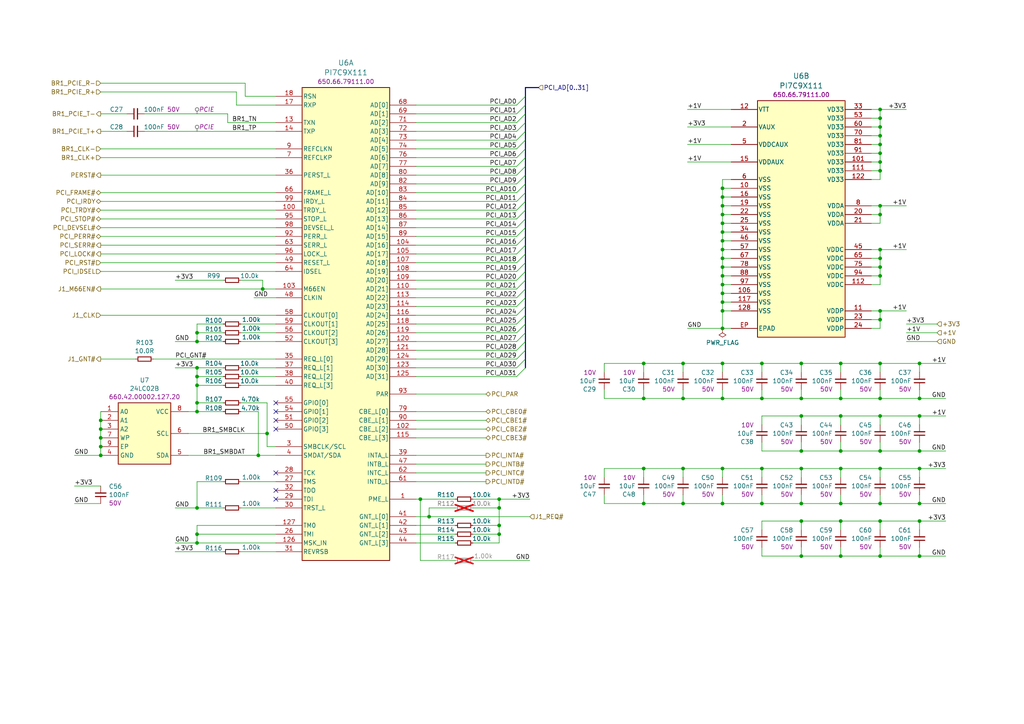
<source format=kicad_sch>
(kicad_sch (version 20250114) (generator "eeschema") (generator_version "9.0")
  (paper "A4")
  (title_block (title "CQ2") (date "2024-08-03") (rev "0") (comment 1 "PCI to PCIE Bridge") (comment 2 "Manfred Schmitz") (comment 3 "tbd") (comment 4 "202-07-03") (comment 5 "tbd") (comment 6 "A"))
  (junction (at 124.46 149.86))
  (junction (at 266.7 105.41))
  (junction (at 255.27 115.57))
  (junction (at 255.27 49.53))
  (junction (at 255.27 120.65))
  (junction (at 209.55 67.31))
  (junction (at 255.27 39.37))
  (junction (at 266.7 120.65))
  (junction (at 209.55 59.69))
  (junction (at 209.55 54.61))
  (junction (at 220.98 146.05))
  (junction (at 232.41 146.05))
  (junction (at 57.15 111.76))
  (junction (at 29.21 124.46))
  (junction (at 186.69 105.41))
  (junction (at 209.55 105.41))
  (junction (at 266.7 115.57))
  (junction (at 209.55 80.01))
  (junction (at 29.21 121.92))
  (junction (at 255.27 36.83))
  (junction (at 255.27 92.71))
  (junction (at 255.27 130.81))
  (junction (at 77.47 125.73))
  (junction (at 232.41 161.29))
  (junction (at 74.93 132.08))
  (junction (at 255.27 151.13))
  (junction (at 209.55 135.89))
  (junction (at 57.15 119.38))
  (junction (at 243.84 120.65))
  (junction (at 255.27 72.39))
  (junction (at 255.27 80.01))
  (junction (at 232.41 130.81))
  (junction (at 198.12 135.89))
  (junction (at 266.7 161.29))
  (junction (at 266.7 146.05))
  (junction (at 29.21 127))
  (junction (at 29.21 132.08))
  (junction (at 57.15 106.68))
  (junction (at 144.78 147.32))
  (junction (at 255.27 135.89))
  (junction (at 209.55 146.05))
  (junction (at 57.15 96.52))
  (junction (at 209.55 64.77))
  (junction (at 209.55 72.39))
  (junction (at 209.55 57.15))
  (junction (at 220.98 115.57))
  (junction (at 121.92 144.78))
  (junction (at 144.78 154.94))
  (junction (at 186.69 146.05))
  (junction (at 266.7 130.81))
  (junction (at 57.15 116.84))
  (junction (at 232.41 115.57))
  (junction (at 255.27 105.41))
  (junction (at 243.84 105.41))
  (junction (at 198.12 115.57))
  (junction (at 57.15 99.06))
  (junction (at 255.27 62.23))
  (junction (at 243.84 151.13))
  (junction (at 209.55 82.55))
  (junction (at 209.55 85.09))
  (junction (at 209.55 77.47))
  (junction (at 209.55 90.17))
  (junction (at 255.27 77.47))
  (junction (at 57.15 157.48))
  (junction (at 255.27 34.29))
  (junction (at 243.84 115.57))
  (junction (at 209.55 69.85))
  (junction (at 266.7 151.13))
  (junction (at 198.12 146.05))
  (junction (at 266.7 135.89))
  (junction (at 57.15 109.22))
  (junction (at 232.41 135.89))
  (junction (at 255.27 41.91))
  (junction (at 144.78 144.78))
  (junction (at 255.27 90.17))
  (junction (at 255.27 161.29))
  (junction (at 243.84 130.81))
  (junction (at 209.55 74.93))
  (junction (at 209.55 62.23))
  (junction (at 232.41 120.65))
  (junction (at 255.27 31.75))
  (junction (at 243.84 135.89))
  (junction (at 220.98 135.89))
  (junction (at 198.12 105.41))
  (junction (at 232.41 151.13))
  (junction (at 57.15 147.32))
  (junction (at 29.21 129.54))
  (junction (at 255.27 46.99))
  (junction (at 209.55 95.25))
  (junction (at 255.27 146.05))
  (junction (at 255.27 74.93))
  (junction (at 57.15 154.94))
  (junction (at 186.69 135.89))
  (junction (at 209.55 115.57))
  (junction (at 144.78 152.4))
  (junction (at 255.27 44.45))
  (junction (at 76.2 83.82))
  (junction (at 255.27 59.69))
  (junction (at 243.84 146.05))
  (junction (at 220.98 105.41))
  (junction (at 243.84 161.29))
  (junction (at 209.55 87.63))
  (junction (at 232.41 105.41))
  (junction (at 186.69 115.57))
  (no_connect (at 80.01 142.24))
  (no_connect (at 80.01 144.78))
  (no_connect (at 80.01 116.84))
  (no_connect (at 80.01 137.16))
  (no_connect (at 80.01 124.46))
  (no_connect (at 80.01 121.92))
  (no_connect (at 80.01 119.38))
  (bus_entry (at 152.4 73.66) (size -2.54 2.54))
  (bus_entry (at 152.4 48.26) (size -2.54 2.54))
  (bus_entry (at 152.4 30.48) (size -2.54 2.54))
  (bus_entry (at 152.4 88.9) (size -2.54 2.54))
  (bus_entry (at 152.4 45.72) (size -2.54 2.54))
  (bus_entry (at 152.4 99.06) (size -2.54 2.54))
  (bus_entry (at 152.4 58.42) (size -2.54 2.54))
  (bus_entry (at 152.4 93.98) (size -2.54 2.54))
  (bus_entry (at 152.4 43.18) (size -2.54 2.54))
  (bus_entry (at 152.4 83.82) (size -2.54 2.54))
  (bus_entry (at 152.4 76.2) (size -2.54 2.54))
  (bus_entry (at 152.4 101.6) (size -2.54 2.54))
  (bus_entry (at 152.4 53.34) (size -2.54 2.54))
  (bus_entry (at 152.4 40.64) (size -2.54 2.54))
  (bus_entry (at 152.4 86.36) (size -2.54 2.54))
  (bus_entry (at 152.4 91.44) (size -2.54 2.54))
  (bus_entry (at 152.4 78.74) (size -2.54 2.54))
  (bus_entry (at 152.4 27.94) (size -2.54 2.54))
  (bus_entry (at 152.4 63.5) (size -2.54 2.54))
  (bus_entry (at 152.4 81.28) (size -2.54 2.54))
  (bus_entry (at 152.4 71.12) (size -2.54 2.54))
  (bus_entry (at 152.4 38.1) (size -2.54 2.54))
  (bus_entry (at 152.4 60.96) (size -2.54 2.54))
  (bus_entry (at 152.4 55.88) (size -2.54 2.54))
  (bus_entry (at 152.4 106.68) (size -2.54 2.54))
  (bus_entry (at 152.4 33.02) (size -2.54 2.54))
  (bus_entry (at 152.4 96.52) (size -2.54 2.54))
  (bus_entry (at 152.4 35.56) (size -2.54 2.54))
  (bus_entry (at 152.4 66.04) (size -2.54 2.54))
  (bus_entry (at 152.4 68.58) (size -2.54 2.54))
  (bus_entry (at 152.4 50.8) (size -2.54 2.54))
  (bus_entry (at 152.4 104.14) (size -2.54 2.54))
  (wire (pts (xy 209.55 87.63) (xy 209.55 90.17)))
  (wire (pts (xy 220.98 143.51) (xy 220.98 146.05)))
  (wire (pts (xy 29.21 68.58) (xy 80.01 68.58)))
  (wire (pts (xy 262.89 93.98) (xy 271.78 93.98)))
  (wire (pts (xy 255.27 115.57) (xy 243.84 115.57)))
  (wire (pts (xy 140.97 119.38) (xy 120.65 119.38)))
  (wire (pts (xy 262.89 99.06) (xy 271.78 99.06)))
  (wire (pts (xy 255.27 82.55) (xy 252.73 82.55)))
  (wire (pts (xy 149.86 38.1) (xy 120.65 38.1)))
  (wire (pts (xy 255.27 143.51) (xy 255.27 146.05)))
  (wire (pts (xy 57.15 116.84) (xy 57.15 111.76)))
  (wire (pts (xy 149.86 83.82) (xy 120.65 83.82)))
  (wire (pts (xy 266.7 113.03) (xy 266.7 115.57)))
  (wire (pts (xy 120.65 154.94) (xy 132.08 154.94)))
  (wire (pts (xy 71.12 27.94) (xy 80.01 27.94)))
  (bus (pts (xy 152.4 83.82) (xy 152.4 81.28)))
  (wire (pts (xy 120.65 144.78) (xy 121.92 144.78)))
  (wire (pts (xy 243.84 151.13) (xy 255.27 151.13)))
  (wire (pts (xy 57.15 157.48) (xy 80.01 157.48)))
  (wire (pts (xy 255.27 105.41) (xy 266.7 105.41)))
  (wire (pts (xy 186.69 146.05) (xy 175.26 146.05)))
  (wire (pts (xy 232.41 146.05) (xy 243.84 146.05)))
  (wire (pts (xy 209.55 62.23) (xy 209.55 64.77)))
  (bus (pts (xy 152.4 58.42) (xy 152.4 55.88)))
  (wire (pts (xy 140.97 124.46) (xy 120.65 124.46)))
  (wire (pts (xy 64.77 119.38) (xy 57.15 119.38)))
  (wire (pts (xy 29.21 119.38) (xy 29.21 121.92)))
  (wire (pts (xy 175.26 135.89) (xy 186.69 135.89)))
  (wire (pts (xy 57.15 147.32) (xy 64.77 147.32)))
  (wire (pts (xy 50.8 106.68) (xy 57.15 106.68)))
  (bus (pts (xy 152.4 81.28) (xy 152.4 78.74)))
  (wire (pts (xy 232.41 105.41) (xy 232.41 107.95)))
  (wire (pts (xy 198.12 115.57) (xy 186.69 115.57)))
  (wire (pts (xy 232.41 158.75) (xy 232.41 161.29)))
  (wire (pts (xy 137.16 157.48) (xy 144.78 157.48)))
  (wire (pts (xy 232.41 120.65) (xy 243.84 120.65)))
  (wire (pts (xy 29.21 45.72) (xy 80.01 45.72)))
  (wire (pts (xy 29.21 127) (xy 29.21 129.54)))
  (wire (pts (xy 209.55 69.85) (xy 209.55 72.39)))
  (wire (pts (xy 149.86 40.64) (xy 120.65 40.64)))
  (wire (pts (xy 209.55 113.03) (xy 209.55 115.57)))
  (wire (pts (xy 243.84 105.41) (xy 243.84 107.95)))
  (wire (pts (xy 50.8 99.06) (xy 57.15 99.06)))
  (wire (pts (xy 209.55 67.31) (xy 209.55 69.85)))
  (wire (pts (xy 220.98 130.81) (xy 220.98 128.27)))
  (wire (pts (xy 243.84 120.65) (xy 243.84 123.19)))
  (wire (pts (xy 255.27 130.81) (xy 266.7 130.81)))
  (wire (pts (xy 64.77 93.98) (xy 57.15 93.98)))
  (wire (pts (xy 198.12 113.03) (xy 198.12 115.57)))
  (wire (pts (xy 274.32 115.57) (xy 266.7 115.57)))
  (wire (pts (xy 220.98 120.65) (xy 232.41 120.65)))
  (wire (pts (xy 209.55 52.07) (xy 209.55 54.61)))
  (wire (pts (xy 209.55 135.89) (xy 220.98 135.89)))
  (wire (pts (xy 266.7 151.13) (xy 266.7 153.67)))
  (wire (pts (xy 57.15 99.06) (xy 64.77 99.06)))
  (wire (pts (xy 29.21 63.5) (xy 80.01 63.5)))
  (bus (pts (xy 152.4 43.18) (xy 152.4 40.64)))
  (wire (pts (xy 198.12 105.41) (xy 209.55 105.41)))
  (bus (pts (xy 152.4 88.9) (xy 152.4 86.36)))
  (wire (pts (xy 209.55 74.93) (xy 209.55 77.47)))
  (wire (pts (xy 149.86 96.52) (xy 120.65 96.52)))
  (wire (pts (xy 255.27 44.45) (xy 252.73 44.45)))
  (wire (pts (xy 29.21 76.2) (xy 80.01 76.2)))
  (wire (pts (xy 255.27 80.01) (xy 255.27 82.55)))
  (wire (pts (xy 149.86 88.9) (xy 120.65 88.9)))
  (bus (pts (xy 152.4 93.98) (xy 152.4 91.44)))
  (wire (pts (xy 186.69 115.57) (xy 175.26 115.57)))
  (wire (pts (xy 64.77 139.7) (xy 57.15 139.7)))
  (wire (pts (xy 243.84 120.65) (xy 255.27 120.65)))
  (wire (pts (xy 57.15 96.52) (xy 57.15 99.06)))
  (wire (pts (xy 149.86 99.06) (xy 120.65 99.06)))
  (wire (pts (xy 220.98 158.75) (xy 220.98 161.29)))
  (wire (pts (xy 212.09 52.07) (xy 209.55 52.07)))
  (wire (pts (xy 149.86 43.18) (xy 120.65 43.18)))
  (wire (pts (xy 41.91 38.1) (xy 80.01 38.1)))
  (wire (pts (xy 149.86 53.34) (xy 120.65 53.34)))
  (wire (pts (xy 255.27 135.89) (xy 266.7 135.89)))
  (wire (pts (xy 243.84 135.89) (xy 255.27 135.89)))
  (wire (pts (xy 175.26 115.57) (xy 175.26 113.03)))
  (wire (pts (xy 266.7 143.51) (xy 266.7 146.05)))
  (wire (pts (xy 266.7 120.65) (xy 274.32 120.65)))
  (wire (pts (xy 212.09 90.17) (xy 209.55 90.17)))
  (wire (pts (xy 137.16 144.78) (xy 144.78 144.78)))
  (wire (pts (xy 140.97 139.7) (xy 120.65 139.7)))
  (wire (pts (xy 69.85 109.22) (xy 80.01 109.22)))
  (wire (pts (xy 29.21 121.92) (xy 29.21 124.46)))
  (wire (pts (xy 64.77 116.84) (xy 57.15 116.84)))
  (wire (pts (xy 212.09 69.85) (xy 209.55 69.85)))
  (wire (pts (xy 209.55 77.47) (xy 209.55 80.01)))
  (bus (pts (xy 152.4 73.66) (xy 152.4 71.12)))
  (wire (pts (xy 29.21 83.82) (xy 76.2 83.82)))
  (bus (pts (xy 152.4 91.44) (xy 152.4 88.9)))
  (wire (pts (xy 21.59 132.08) (xy 29.21 132.08)))
  (wire (pts (xy 186.69 107.95) (xy 186.69 105.41)))
  (wire (pts (xy 243.84 128.27) (xy 243.84 130.81)))
  (wire (pts (xy 149.86 68.58) (xy 120.65 68.58)))
  (wire (pts (xy 73.66 86.36) (xy 80.01 86.36)))
  (wire (pts (xy 140.97 114.3) (xy 120.65 114.3)))
  (wire (pts (xy 274.32 146.05) (xy 266.7 146.05)))
  (wire (pts (xy 29.21 33.02) (xy 36.83 33.02)))
  (bus (pts (xy 152.4 63.5) (xy 152.4 60.96)))
  (wire (pts (xy 199.39 46.99) (xy 212.09 46.99)))
  (wire (pts (xy 69.85 81.28) (xy 76.2 81.28)))
  (wire (pts (xy 232.41 128.27) (xy 232.41 130.81)))
  (wire (pts (xy 255.27 105.41) (xy 255.27 107.95)))
  (wire (pts (xy 57.15 139.7) (xy 57.15 147.32)))
  (wire (pts (xy 50.8 160.02) (xy 64.77 160.02)))
  (wire (pts (xy 198.12 135.89) (xy 209.55 135.89)))
  (wire (pts (xy 57.15 152.4) (xy 57.15 154.94)))
  (wire (pts (xy 209.55 59.69) (xy 209.55 62.23)))
  (wire (pts (xy 209.55 90.17) (xy 209.55 95.25)))
  (wire (pts (xy 29.21 104.14) (xy 39.37 104.14)))
  (wire (pts (xy 76.2 81.28) (xy 76.2 83.82)))
  (wire (pts (xy 255.27 59.69) (xy 262.89 59.69)))
  (wire (pts (xy 255.27 49.53) (xy 252.73 49.53)))
  (wire (pts (xy 21.59 146.05) (xy 29.21 146.05)))
  (wire (pts (xy 57.15 106.68) (xy 57.15 109.22)))
  (wire (pts (xy 212.09 95.25) (xy 209.55 95.25)))
  (wire (pts (xy 149.86 104.14) (xy 120.65 104.14)))
  (wire (pts (xy 255.27 80.01) (xy 252.73 80.01)))
  (wire (pts (xy 149.86 78.74) (xy 120.65 78.74)))
  (bus (pts (xy 152.4 106.68) (xy 152.4 104.14)))
  (wire (pts (xy 69.85 93.98) (xy 80.01 93.98)))
  (wire (pts (xy 255.27 62.23) (xy 255.27 64.77)))
  (bus (pts (xy 152.4 38.1) (xy 152.4 35.56)))
  (bus (pts (xy 152.4 33.02) (xy 152.4 30.48)))
  (wire (pts (xy 255.27 128.27) (xy 255.27 130.81)))
  (wire (pts (xy 266.7 120.65) (xy 266.7 123.19)))
  (bus (pts (xy 152.4 30.48) (xy 152.4 27.94)))
  (wire (pts (xy 255.27 90.17) (xy 252.73 90.17)))
  (wire (pts (xy 255.27 41.91) (xy 255.27 44.45)))
  (wire (pts (xy 212.09 54.61) (xy 209.55 54.61)))
  (wire (pts (xy 57.15 93.98) (xy 57.15 96.52)))
  (wire (pts (xy 54.61 119.38) (xy 57.15 119.38)))
  (wire (pts (xy 212.09 62.23) (xy 209.55 62.23)))
  (wire (pts (xy 186.69 115.57) (xy 186.69 113.03)))
  (wire (pts (xy 149.86 60.96) (xy 120.65 60.96)))
  (wire (pts (xy 255.27 72.39) (xy 252.73 72.39)))
  (wire (pts (xy 29.21 50.8) (xy 80.01 50.8)))
  (wire (pts (xy 80.01 35.56) (xy 66.04 35.56)))
  (wire (pts (xy 255.27 74.93) (xy 255.27 77.47)))
  (wire (pts (xy 232.41 115.57) (xy 220.98 115.57)))
  (bus (pts (xy 152.4 27.94) (xy 152.4 25.4)))
  (bus (pts (xy 152.4 71.12) (xy 152.4 68.58)))
  (wire (pts (xy 137.16 152.4) (xy 144.78 152.4)))
  (wire (pts (xy 74.93 132.08) (xy 74.93 119.38)))
  (wire (pts (xy 212.09 59.69) (xy 209.55 59.69)))
  (wire (pts (xy 57.15 154.94) (xy 80.01 154.94)))
  (wire (pts (xy 54.61 132.08) (xy 74.93 132.08)))
  (bus (pts (xy 152.4 40.64) (xy 152.4 38.1)))
  (wire (pts (xy 243.84 135.89) (xy 243.84 138.43)))
  (wire (pts (xy 209.55 72.39) (xy 209.55 74.93)))
  (wire (pts (xy 186.69 138.43) (xy 186.69 135.89)))
  (wire (pts (xy 69.85 147.32) (xy 80.01 147.32)))
  (wire (pts (xy 220.98 123.19) (xy 220.98 120.65)))
  (wire (pts (xy 149.86 63.5) (xy 120.65 63.5)))
  (wire (pts (xy 149.86 55.88) (xy 120.65 55.88)))
  (wire (pts (xy 255.27 92.71) (xy 252.73 92.71)))
  (wire (pts (xy 137.16 154.94) (xy 144.78 154.94)))
  (wire (pts (xy 140.97 127) (xy 120.65 127)))
  (wire (pts (xy 220.98 135.89) (xy 232.41 135.89)))
  (wire (pts (xy 175.26 105.41) (xy 186.69 105.41)))
  (wire (pts (xy 149.86 93.98) (xy 120.65 93.98)))
  (bus (pts (xy 152.4 50.8) (xy 152.4 48.26)))
  (wire (pts (xy 80.01 139.7) (xy 69.85 139.7)))
  (wire (pts (xy 255.27 92.71) (xy 255.27 95.25)))
  (wire (pts (xy 243.84 143.51) (xy 243.84 146.05)))
  (wire (pts (xy 255.27 36.83) (xy 252.73 36.83)))
  (wire (pts (xy 57.15 154.94) (xy 57.15 157.48)))
  (wire (pts (xy 232.41 130.81) (xy 243.84 130.81)))
  (wire (pts (xy 140.97 137.16) (xy 120.65 137.16)))
  (wire (pts (xy 232.41 105.41) (xy 243.84 105.41)))
  (wire (pts (xy 144.78 147.32) (xy 144.78 152.4)))
  (wire (pts (xy 209.55 64.77) (xy 209.55 67.31)))
  (wire (pts (xy 255.27 31.75) (xy 255.27 34.29)))
  (bus (pts (xy 152.4 45.72) (xy 152.4 43.18)))
  (wire (pts (xy 255.27 34.29) (xy 252.73 34.29)))
  (wire (pts (xy 243.84 146.05) (xy 255.27 146.05)))
  (wire (pts (xy 149.86 81.28) (xy 120.65 81.28)))
  (wire (pts (xy 57.15 119.38) (xy 57.15 116.84)))
  (wire (pts (xy 220.98 138.43) (xy 220.98 135.89)))
  (wire (pts (xy 255.27 64.77) (xy 252.73 64.77)))
  (wire (pts (xy 124.46 149.86) (xy 153.67 149.86)))
  (wire (pts (xy 149.86 66.04) (xy 120.65 66.04)))
  (wire (pts (xy 137.16 147.32) (xy 144.78 147.32)))
  (wire (pts (xy 198.12 146.05) (xy 186.69 146.05)))
  (wire (pts (xy 69.85 106.68) (xy 80.01 106.68)))
  (wire (pts (xy 44.45 104.14) (xy 80.01 104.14)))
  (wire (pts (xy 266.7 158.75) (xy 266.7 161.29)))
  (wire (pts (xy 120.65 157.48) (xy 132.08 157.48)))
  (wire (pts (xy 137.16 162.56) (xy 153.67 162.56)))
  (wire (pts (xy 29.21 71.12) (xy 80.01 71.12)))
  (wire (pts (xy 255.27 77.47) (xy 255.27 80.01)))
  (wire (pts (xy 209.55 105.41) (xy 209.55 107.95)))
  (wire (pts (xy 209.55 146.05) (xy 198.12 146.05)))
  (wire (pts (xy 149.86 73.66) (xy 120.65 73.66)))
  (wire (pts (xy 209.55 57.15) (xy 209.55 59.69)))
  (wire (pts (xy 80.01 152.4) (xy 57.15 152.4)))
  (wire (pts (xy 149.86 45.72) (xy 120.65 45.72)))
  (wire (pts (xy 29.21 60.96) (xy 80.01 60.96)))
  (wire (pts (xy 220.98 107.95) (xy 220.98 105.41)))
  (wire (pts (xy 266.7 151.13) (xy 274.32 151.13)))
  (wire (pts (xy 80.01 30.48) (xy 68.58 30.48)))
  (wire (pts (xy 220.98 113.03) (xy 220.98 115.57)))
  (wire (pts (xy 220.98 151.13) (xy 232.41 151.13)))
  (wire (pts (xy 212.09 64.77) (xy 209.55 64.77)))
  (wire (pts (xy 212.09 67.31) (xy 209.55 67.31)))
  (wire (pts (xy 255.27 120.65) (xy 266.7 120.65)))
  (wire (pts (xy 255.27 62.23) (xy 252.73 62.23)))
  (wire (pts (xy 232.41 146.05) (xy 220.98 146.05)))
  (wire (pts (xy 198.12 107.95) (xy 198.12 105.41)))
  (wire (pts (xy 220.98 105.41) (xy 232.41 105.41)))
  (wire (pts (xy 255.27 46.99) (xy 255.27 49.53)))
  (wire (pts (xy 69.85 99.06) (xy 80.01 99.06)))
  (wire (pts (xy 266.7 105.41) (xy 266.7 107.95)))
  (wire (pts (xy 149.86 71.12) (xy 120.65 71.12)))
  (wire (pts (xy 132.08 147.32) (xy 124.46 147.32)))
  (wire (pts (xy 255.27 49.53) (xy 255.27 52.07)))
  (wire (pts (xy 255.27 146.05) (xy 266.7 146.05)))
  (wire (pts (xy 232.41 151.13) (xy 243.84 151.13)))
  (wire (pts (xy 29.21 24.13) (xy 71.12 24.13)))
  (wire (pts (xy 255.27 151.13) (xy 255.27 153.67)))
  (wire (pts (xy 149.86 35.56) (xy 120.65 35.56)))
  (wire (pts (xy 232.41 151.13) (xy 232.41 153.67)))
  (wire (pts (xy 220.98 115.57) (xy 209.55 115.57)))
  (wire (pts (xy 77.47 125.73) (xy 77.47 129.54)))
  (wire (pts (xy 57.15 96.52) (xy 64.77 96.52)))
  (wire (pts (xy 57.15 106.68) (xy 64.77 106.68)))
  (wire (pts (xy 266.7 135.89) (xy 274.32 135.89)))
  (wire (pts (xy 266.7 135.89) (xy 266.7 138.43)))
  (wire (pts (xy 29.21 58.42) (xy 80.01 58.42)))
  (wire (pts (xy 232.41 135.89) (xy 243.84 135.89)))
  (wire (pts (xy 77.47 129.54) (xy 80.01 129.54)))
  (wire (pts (xy 149.86 86.36) (xy 120.65 86.36)))
  (wire (pts (xy 255.27 113.03) (xy 255.27 115.57)))
  (wire (pts (xy 186.69 146.05) (xy 186.69 143.51)))
  (wire (pts (xy 255.27 161.29) (xy 266.7 161.29)))
  (wire (pts (xy 29.21 91.44) (xy 80.01 91.44)))
  (bus (pts (xy 152.4 101.6) (xy 152.4 99.06)))
  (wire (pts (xy 243.84 113.03) (xy 243.84 115.57)))
  (wire (pts (xy 54.61 125.73) (xy 77.47 125.73)))
  (wire (pts (xy 232.41 120.65) (xy 232.41 123.19)))
  (bus (pts (xy 152.4 76.2) (xy 152.4 73.66)))
  (bus (pts (xy 152.4 104.14) (xy 152.4 101.6)))
  (wire (pts (xy 232.41 113.03) (xy 232.41 115.57)))
  (wire (pts (xy 243.84 161.29) (xy 255.27 161.29)))
  (bus (pts (xy 152.4 60.96) (xy 152.4 58.42)))
  (wire (pts (xy 175.26 107.95) (xy 175.26 105.41)))
  (wire (pts (xy 243.84 158.75) (xy 243.84 161.29)))
  (bus (pts (xy 152.4 86.36) (xy 152.4 83.82)))
  (wire (pts (xy 29.21 78.74) (xy 80.01 78.74)))
  (wire (pts (xy 149.86 109.22) (xy 120.65 109.22)))
  (wire (pts (xy 66.04 35.56) (xy 66.04 33.02)))
  (wire (pts (xy 255.27 158.75) (xy 255.27 161.29)))
  (wire (pts (xy 220.98 146.05) (xy 209.55 146.05)))
  (bus (pts (xy 152.4 35.56) (xy 152.4 33.02)))
  (wire (pts (xy 255.27 31.75) (xy 252.73 31.75)))
  (wire (pts (xy 274.32 130.81) (xy 266.7 130.81)))
  (wire (pts (xy 212.09 72.39) (xy 209.55 72.39)))
  (wire (pts (xy 255.27 46.99) (xy 252.73 46.99)))
  (wire (pts (xy 266.7 105.41) (xy 274.32 105.41)))
  (bus (pts (xy 152.4 96.52) (xy 152.4 93.98)))
  (wire (pts (xy 262.89 96.52) (xy 271.78 96.52)))
  (wire (pts (xy 199.39 36.83) (xy 212.09 36.83)))
  (wire (pts (xy 149.86 106.68) (xy 120.65 106.68)))
  (wire (pts (xy 149.86 50.8) (xy 120.65 50.8)))
  (wire (pts (xy 149.86 30.48) (xy 120.65 30.48)))
  (wire (pts (xy 199.39 31.75) (xy 212.09 31.75)))
  (wire (pts (xy 199.39 41.91) (xy 212.09 41.91)))
  (wire (pts (xy 149.86 48.26) (xy 120.65 48.26)))
  (wire (pts (xy 232.41 161.29) (xy 220.98 161.29)))
  (wire (pts (xy 186.69 135.89) (xy 198.12 135.89)))
  (bus (pts (xy 152.4 78.74) (xy 152.4 76.2)))
  (wire (pts (xy 232.41 115.57) (xy 243.84 115.57)))
  (wire (pts (xy 21.59 140.97) (xy 29.21 140.97)))
  (wire (pts (xy 57.15 109.22) (xy 64.77 109.22)))
  (wire (pts (xy 144.78 144.78) (xy 153.67 144.78)))
  (wire (pts (xy 50.8 157.48) (xy 57.15 157.48)))
  (wire (pts (xy 255.27 72.39) (xy 255.27 74.93)))
  (wire (pts (xy 232.41 143.51) (xy 232.41 146.05)))
  (wire (pts (xy 186.69 105.41) (xy 198.12 105.41)))
  (wire (pts (xy 29.21 55.88) (xy 80.01 55.88)))
  (wire (pts (xy 255.27 74.93) (xy 252.73 74.93)))
  (wire (pts (xy 266.7 128.27) (xy 266.7 130.81)))
  (wire (pts (xy 69.85 96.52) (xy 80.01 96.52)))
  (wire (pts (xy 175.26 138.43) (xy 175.26 135.89)))
  (wire (pts (xy 243.84 130.81) (xy 255.27 130.81)))
  (wire (pts (xy 255.27 90.17) (xy 255.27 92.71)))
  (wire (pts (xy 232.41 135.89) (xy 232.41 138.43)))
  (wire (pts (xy 212.09 57.15) (xy 209.55 57.15)))
  (wire (pts (xy 124.46 147.32) (xy 124.46 149.86)))
  (wire (pts (xy 149.86 91.44) (xy 120.65 91.44)))
  (wire (pts (xy 121.92 144.78) (xy 121.92 162.56)))
  (bus (pts (xy 152.4 48.26) (xy 152.4 45.72)))
  (wire (pts (xy 140.97 134.62) (xy 120.65 134.62)))
  (wire (pts (xy 175.26 146.05) (xy 175.26 143.51)))
  (wire (pts (xy 255.27 36.83) (xy 255.27 39.37)))
  (bus (pts (xy 152.4 55.88) (xy 152.4 53.34)))
  (wire (pts (xy 140.97 121.92) (xy 120.65 121.92)))
  (wire (pts (xy 232.41 130.81) (xy 220.98 130.81)))
  (wire (pts (xy 212.09 80.01) (xy 209.55 80.01)))
  (wire (pts (xy 209.55 80.01) (xy 209.55 82.55)))
  (wire (pts (xy 71.12 24.13) (xy 71.12 27.94)))
  (wire (pts (xy 77.47 116.84) (xy 77.47 125.73)))
  (wire (pts (xy 255.27 41.91) (xy 252.73 41.91)))
  (wire (pts (xy 212.09 77.47) (xy 209.55 77.47)))
  (wire (pts (xy 144.78 152.4) (xy 144.78 154.94)))
  (wire (pts (xy 255.27 39.37) (xy 252.73 39.37)))
  (wire (pts (xy 209.55 85.09) (xy 209.55 87.63)))
  (wire (pts (xy 132.08 162.56) (xy 121.92 162.56)))
  (wire (pts (xy 124.46 149.86) (xy 120.65 149.86)))
  (wire (pts (xy 255.27 90.17) (xy 262.89 90.17)))
  (wire (pts (xy 255.27 115.57) (xy 266.7 115.57)))
  (bus (pts (xy 156.21 25.4) (xy 152.4 25.4)))
  (wire (pts (xy 50.8 81.28) (xy 64.77 81.28)))
  (wire (pts (xy 255.27 52.07) (xy 252.73 52.07)))
  (wire (pts (xy 212.09 85.09) (xy 209.55 85.09)))
  (wire (pts (xy 212.09 87.63) (xy 209.55 87.63)))
  (wire (pts (xy 198.12 138.43) (xy 198.12 135.89)))
  (wire (pts (xy 68.58 26.67) (xy 29.21 26.67)))
  (bus (pts (xy 152.4 99.06) (xy 152.4 96.52)))
  (wire (pts (xy 29.21 124.46) (xy 29.21 127)))
  (wire (pts (xy 255.27 95.25) (xy 252.73 95.25)))
  (wire (pts (xy 144.78 144.78) (xy 144.78 147.32)))
  (wire (pts (xy 140.97 132.08) (xy 120.65 132.08)))
  (wire (pts (xy 149.86 101.6) (xy 120.65 101.6)))
  (wire (pts (xy 29.21 38.1) (xy 36.83 38.1)))
  (wire (pts (xy 57.15 111.76) (xy 64.77 111.76)))
  (wire (pts (xy 74.93 119.38) (xy 69.85 119.38)))
  (wire (pts (xy 255.27 120.65) (xy 255.27 123.19)))
  (bus (pts (xy 152.4 68.58) (xy 152.4 66.04)))
  (wire (pts (xy 149.86 58.42) (xy 120.65 58.42)))
  (wire (pts (xy 255.27 39.37) (xy 255.27 41.91)))
  (wire (pts (xy 120.65 152.4) (xy 132.08 152.4)))
  (wire (pts (xy 199.39 95.25) (xy 209.55 95.25)))
  (wire (pts (xy 57.15 109.22) (xy 57.15 111.76)))
  (wire (pts (xy 255.27 77.47) (xy 252.73 77.47)))
  (wire (pts (xy 209.55 135.89) (xy 209.55 138.43)))
  (wire (pts (xy 149.86 33.02) (xy 120.65 33.02)))
  (wire (pts (xy 243.84 151.13) (xy 243.84 153.67)))
  (wire (pts (xy 255.27 135.89) (xy 255.27 138.43)))
  (wire (pts (xy 243.84 105.41) (xy 255.27 105.41)))
  (wire (pts (xy 68.58 30.48) (xy 68.58 26.67)))
  (wire (pts (xy 209.55 143.51) (xy 209.55 146.05)))
  (wire (pts (xy 76.2 83.82) (xy 80.01 83.82)))
  (wire (pts (xy 144.78 154.94) (xy 144.78 157.48)))
  (wire (pts (xy 29.21 43.18) (xy 80.01 43.18)))
  (wire (pts (xy 149.86 76.2) (xy 120.65 76.2)))
  (wire (pts (xy 80.01 132.08) (xy 74.93 132.08)))
  (wire (pts (xy 220.98 153.67) (xy 220.98 151.13)))
  (wire (pts (xy 50.8 147.32) (xy 57.15 147.32)))
  (wire (pts (xy 29.21 129.54) (xy 29.21 132.08)))
  (wire (pts (xy 255.27 59.69) (xy 252.73 59.69)))
  (wire (pts (xy 255.27 31.75) (xy 262.89 31.75)))
  (wire (pts (xy 69.85 111.76) (xy 80.01 111.76)))
  (wire (pts (xy 29.21 73.66) (xy 80.01 73.66)))
  (wire (pts (xy 209.55 115.57) (xy 198.12 115.57)))
  (bus (pts (xy 152.4 66.04) (xy 152.4 63.5)))
  (wire (pts (xy 198.12 143.51) (xy 198.12 146.05)))
  (wire (pts (xy 212.09 82.55) (xy 209.55 82.55)))
  (wire (pts (xy 209.55 82.55) (xy 209.55 85.09)))
  (wire (pts (xy 69.85 116.84) (xy 77.47 116.84)))
  (wire (pts (xy 255.27 59.69) (xy 255.27 62.23)))
  (wire (pts (xy 255.27 72.39) (xy 262.89 72.39)))
  (wire (pts (xy 69.85 160.02) (xy 80.01 160.02)))
  (wire (pts (xy 232.41 161.29) (xy 243.84 161.29)))
  (wire (pts (xy 255.27 44.45) (xy 255.27 46.99)))
  (bus (pts (xy 152.4 53.34) (xy 152.4 50.8)))
  (wire (pts (xy 209.55 105.41) (xy 220.98 105.41)))
  (wire (pts (xy 274.32 161.29) (xy 266.7 161.29)))
  (wire (pts (xy 121.92 144.78) (xy 132.08 144.78)))
  (wire (pts (xy 255.27 34.29) (xy 255.27 36.83)))
  (wire (pts (xy 29.21 66.04) (xy 80.01 66.04)))
  (wire (pts (xy 255.27 151.13) (xy 266.7 151.13)))
  (wire (pts (xy 212.09 74.93) (xy 209.55 74.93)))
  (wire (pts (xy 209.55 54.61) (xy 209.55 57.15)))
  (wire (pts (xy 66.04 33.02) (xy 41.91 33.02)))
  (label "PCI_AD3" (at 149.86 38.1 180))
  (label "PCI_AD5" (at 149.86 43.18 180))
  (label "BR1_TN" (at 67.31 35.56 0))
  (label "PCI_AD28" (at 149.86 101.6 180))
  (label "+1V" (at 274.32 105.41 180))
  (label "+3V3" (at 274.32 151.13 180))
  (label "PCI_AD17" (at 149.86 73.66 180))
  (label "GND" (at 50.8 147.32 0))
  (label "GND" (at 73.66 86.36 0))
  (label "+3V3" (at 262.89 31.75 180))
  (label "GND" (at 50.8 157.48 0))
  (label "PCI_AD26" (at 149.86 96.52 180))
  (label "PCI_AD20" (at 149.86 81.28 180))
  (label "PCI_AD22" (at 149.86 86.36 180))
  (label "+1V" (at 262.89 90.17 180))
  (label "PCI_AD8" (at 149.86 50.8 180))
  (label "GND" (at 21.59 146.05 0))
  (label "PCI_AD0" (at 149.86 30.48 180))
  (label "PCI_AD1" (at 149.86 33.02 180))
  (label "+1V" (at 199.39 31.75 0))
  (label "BR1_SMBDAT" (at 71.12 132.08 180))
  (label "PCI_AD25" (at 149.86 93.98 180))
  (label "GND" (at 274.32 130.81 180))
  (label "+3V3" (at 50.8 81.28 0))
  (label "PCI_AD2" (at 149.86 35.56 180))
  (label "PCI_AD11" (at 149.86 58.42 180))
  (label "+3V3" (at 21.59 140.97 0))
  (label "+1V" (at 262.89 72.39 180))
  (label "+1V" (at 274.32 120.65 180))
  (label "PCI_AD6" (at 149.86 45.72 180))
  (label "PCI_AD9" (at 149.86 53.34 180))
  (label "PCI_AD21" (at 149.86 83.82 180))
  (label "GND" (at 21.59 132.08 0))
  (label "PCI_AD18" (at 149.86 76.2 180))
  (label "PCI_GNT#" (at 50.8 104.14 0))
  (label "PCI_AD30" (at 149.86 106.68 180))
  (label "+3V3" (at 262.89 93.98 0))
  (label "PCI_AD13" (at 149.86 63.5 180))
  (label "PCI_AD12" (at 149.86 60.96 180))
  (label "+1V" (at 199.39 41.91 0))
  (label "+3V3" (at 50.8 106.68 0))
  (label "PCI_AD7" (at 149.86 48.26 180))
  (label "PCI_AD24" (at 149.86 91.44 180))
  (label "+3V3" (at 153.67 144.78 180))
  (label "PCI_AD4" (at 149.86 40.64 180))
  (label "+3V3" (at 199.39 36.83 0))
  (label "GND" (at 262.89 99.06 0))
  (label "+1V" (at 199.39 46.99 0))
  (label "PCI_AD15" (at 149.86 68.58 180))
  (label "+3V3" (at 274.32 135.89 180))
  (label "PCI_AD10" (at 149.86 55.88 180))
  (label "PCI_AD16" (at 149.86 71.12 180))
  (label "PCI_AD31" (at 149.86 109.22 180))
  (label "+3V3" (at 50.8 160.02 0))
  (label "BR1_SMBCLK" (at 71.12 125.73 180))
  (label "GND" (at 153.67 162.56 180))
  (label "GND" (at 274.32 161.29 180))
  (label "PCI_AD29" (at 149.86 104.14 180))
  (label "PCI_AD23" (at 149.86 88.9 180))
  (label "GND" (at 199.39 95.25 0))
  (label "PCI_AD14" (at 149.86 66.04 180))
  (label "GND" (at 274.32 146.05 180))
  (label "GND" (at 50.8 99.06 0))
  (label "BR1_TP" (at 67.31 38.1 0))
  (label "PCI_AD27" (at 149.86 99.06 180))
  (label "GND" (at 274.32 115.57 180))
  (label "+1V" (at 262.89 96.52 0))
  (label "+1V" (at 262.89 59.69 180))
  (label "PCI_AD19" (at 149.86 78.74 180))
  (hierarchical_label "BR1_PCIE_T-" (shape output) (at 29.21 33.02 180))
  (hierarchical_label "BR1_PCIE_R+" (shape input) (at 29.21 26.67 180))
  (hierarchical_label "PCI_PAR" (shape bidirectional) (at 140.97 114.3 0))
  (hierarchical_label "PCI_PERR#" (shape bidirectional) (at 29.21 68.58 180))
  (hierarchical_label "PCI_SERR#" (shape output) (at 29.21 71.12 180))
  (hierarchical_label "BR1_PCIE_R-" (shape input) (at 29.21 24.13 180))
  (hierarchical_label "PERST#" (shape output) (at 29.21 50.8 180))
  (hierarchical_label "J1_M66EN#" (shape output) (at 29.21 83.82 180))
  (hierarchical_label "PCI_AD[0..31]" (shape input) (at 156.21 25.4 0))
  (hierarchical_label "PCI_RST#" (shape input) (at 29.21 76.2 180))
  (hierarchical_label "PCI_FRAME#" (shape bidirectional) (at 29.21 55.88 180))
  (hierarchical_label "+1V" (shape input) (at 271.78 96.52 0))
  (hierarchical_label "PCI_CBE3#" (shape bidirectional) (at 140.97 127 0))
  (hierarchical_label "J1_CLK" (shape input) (at 29.21 91.44 180))
  (hierarchical_label "PCI_INTA#" (shape output) (at 140.97 132.08 0))
  (hierarchical_label "BR1_PCIE_T+" (shape output) (at 29.21 38.1 180))
  (hierarchical_label "PCI_INTC#" (shape output) (at 140.97 137.16 0))
  (hierarchical_label "PCI_INTD#" (shape output) (at 140.97 139.7 0))
  (hierarchical_label "PCI_CBE2#" (shape bidirectional) (at 140.97 124.46 0))
  (hierarchical_label "PCI_TRDY#" (shape bidirectional) (at 29.21 60.96 180))
  (hierarchical_label "BR1_CLK+" (shape input) (at 29.21 45.72 180))
  (hierarchical_label "PCI_STOP#" (shape bidirectional) (at 29.21 63.5 180))
  (hierarchical_label "J1_REQ#" (shape input) (at 153.67 149.86 0))
  (hierarchical_label "J1_GNT#" (shape output) (at 29.21 104.14 180))
  (hierarchical_label "+3V3" (shape input) (at 271.78 93.98 0))
  (hierarchical_label "PCI_LOCK#" (shape output) (at 29.21 73.66 180))
  (hierarchical_label "BR1_CLK-" (shape input) (at 29.21 43.18 180))
  (hierarchical_label "GND" (shape input) (at 271.78 99.06 0))
  (hierarchical_label "PCI_CBE0#" (shape bidirectional) (at 140.97 119.38 0))
  (hierarchical_label "PCI_DEVSEL#" (shape bidirectional) (at 29.21 66.04 180))
  (hierarchical_label "PCI_INTB#" (shape output) (at 140.97 134.62 0))
  (hierarchical_label "PCI_IDSEL" (shape input) (at 29.21 78.74 180))
  (hierarchical_label "PCI_CBE1#" (shape bidirectional) (at 140.97 121.92 0))
  (hierarchical_label "PCI_IRDY" (shape bidirectional) (at 29.21 58.42 180))
  (netclass_flag "" (length 1.28) (shape round) (at 57.15 38.1 0) (property "Netclass" "PCIE" (at 57.658 36.83 0) (effects (font (italic yes)) (justify left))))
  (netclass_flag "" (length 1.28) (shape round) (at 57.15 33.02 0) (property "Netclass" "PCIE" (at 57.658 31.75 0) (effects (font (italic yes)) (justify left))))
  (symbol (lib_id "ci4rail-database:capacitors/86") (at 255.27 156.21 0) (mirror x) (unit 1)
    (property "Reference" "C60" (at 252.9459 153.7793 0) (effects (justify right)))
    (property "Value" "100nF" (at 252.9459 156.2036 0) (effects (justify right)))
    (property "Footprint" "0-standard:0402-capacitor" (effects (hide yes)))
    (property "Description" "Multilayer Ceramic Capacitors" (effects (hide yes)))
    (property "Value1" "+/-10 %" (effects (hide yes)))
    (property "Value2" "50V" (at 252.9459 158.6279 0) (effects (justify right)))
    (property "Value3" "X5R/X7R" (effects (hide yes)))
    (property "MPN" "n/a" (effects (hide yes)))
    (property "LTB" "9999" (effects (hide yes)))
    (property "ERP1" "M120-00060-00" (effects (hide yes)))
    (property "ERP2" "110.42.410.050.0" (effects (hide yes)))
    (property "Cost" "0.02" (effects (hide yes)))
    (property "Lifecycle" "released" (effects (hide yes)))
    (property "Outline" "SMT 0402" (effects (hide yes)))
  )
  (symbol (lib_id "ci4rail-database:integrated/145") (at 232.41 64.77 0) (unit 2)
    (property "Reference" "U6" (at 232.41 22.0284 0) (effects (font (size 1.524 1.524))))
    (property "Value" "PI7C9X111" (at 232.41 24.8613 0) (effects (font (size 1.524 1.524))))
    (property "Footprint" "1-special:integrated-145" (effects (hide yes)))
    (property "Datasheet" "${KICAD_CI4RAIL_DATASHEET_DIR}/integrated-145" (effects (hide yes)))
    (property "Description" "Interface PCI-to-PCIE" (effects (hide yes)))
    (property "Value1" "1V, 1.5V, 3.3V" (effects (hide yes)))
    (property "MPN" "Diodes PI7C9X111SLBFDE" (effects (hide yes)))
    (property "LTB" "2030" (effects (hide yes)))
    (property "ERP1" "integrated-145" (effects (hide yes)))
    (property "ERP2" "650.66.79111.00" (at 232.41 27.4899 0))
    (property "Cost" "6,54" (effects (hide yes)))
    (property "Lifecycle" "ERP1 pending CQ2" (effects (hide yes)))
    (property "Outline" "SMT LQFP128 14x14x1.45mm" (effects (hide yes)))
  )
  (symbol (lib_id "ci4rail-database:integrated/145") (at 100.33 93.98 0) (unit 1)
    (property "Reference" "U6" (at 100.33 18.2184 0) (effects (font (size 1.524 1.524))))
    (property "Value" "PI7C9X111" (at 100.33 21.0513 0) (effects (font (size 1.524 1.524))))
    (property "Footprint" "1-special:integrated-145" (effects (hide yes)))
    (property "Datasheet" "${KICAD_CI4RAIL_DATASHEET_DIR}/integrated-145" (effects (hide yes)))
    (property "Description" "Interface PCI-to-PCIE" (effects (hide yes)))
    (property "Value1" "1V, 1.5V, 3.3V" (effects (hide yes)))
    (property "MPN" "Diodes PI7C9X111SLBFDE" (effects (hide yes)))
    (property "LTB" "2030" (effects (hide yes)))
    (property "ERP1" "integrated-145" (effects (hide yes)))
    (property "ERP2" "650.66.79111.00" (at 100.33 23.6799 0))
    (property "Cost" "6,54" (effects (hide yes)))
    (property "Lifecycle" "ERP1 pending CQ2" (effects (hide yes)))
    (property "Outline" "SMT LQFP128 14x14x1.45mm" (effects (hide yes)))
  )
  (symbol (lib_id "ci4rail-database:resistors/179") (at 134.62 147.32 90) (unit 1) (dnp yes)
    (property "Reference" "R112" (at 129.286 146.05 90))
    (property "Value" "10.0k" (at 139.7 146.05 90))
    (property "Footprint" "0-standard:0402-resistor" (effects (hide yes)))
    (property "Description" "Thick film resistor" (effects (hide yes)))
    (property "Value1" "+/-1%" (effects (hide yes)))
    (property "Value2" "100 ppm" (effects (hide yes)))
    (property "Value3" "62.5 mW" (effects (hide yes)))
    (property "Value4" "50 V" (effects (hide yes)))
    (property "MPN" "n/a" (effects (hide yes)))
    (property "LTB" "9999" (effects (hide yes)))
    (property "ERP1" "M110-00163-00" (effects (hide yes)))
    (property "ERP2" "101.403.3100" (effects (hide yes)))
    (property "Lifecycle" "released" (effects (hide yes)))
    (property "Cost" "0.01" (effects (hide yes)))
    (property "Outline" "SMT 0402" (effects (hide yes)))
  )
  (symbol (lib_id "ci4rail-database:capacitors/86") (at 232.41 156.21 0) (mirror x) (unit 1)
    (property "Reference" "C58" (at 230.0859 153.7793 0) (effects (justify right)))
    (property "Value" "100nF" (at 230.0859 156.2036 0) (effects (justify right)))
    (property "Footprint" "0-standard:0402-capacitor" (effects (hide yes)))
    (property "Description" "Multilayer Ceramic Capacitors" (effects (hide yes)))
    (property "Value1" "+/-10 %" (effects (hide yes)))
    (property "Value2" "50V" (at 230.0859 158.6279 0) (effects (justify right)))
    (property "Value3" "X5R/X7R" (effects (hide yes)))
    (property "MPN" "n/a" (effects (hide yes)))
    (property "LTB" "9999" (effects (hide yes)))
    (property "ERP1" "M120-00060-00" (effects (hide yes)))
    (property "ERP2" "110.42.410.050.0" (effects (hide yes)))
    (property "Cost" "0.02" (effects (hide yes)))
    (property "Lifecycle" "released" (effects (hide yes)))
    (property "Outline" "SMT 0402" (effects (hide yes)))
  )
  (symbol (lib_id "ci4rail-database:capacitors/86") (at 29.21 143.51 180) (unit 1)
    (property "Reference" "C56" (at 31.5341 141.0793 0) (effects (justify right)))
    (property "Value" "100nF" (at 31.5341 143.5036 0) (effects (justify right)))
    (property "Footprint" "0-standard:0402-capacitor" (effects (hide yes)))
    (property "Description" "Multilayer Ceramic Capacitors" (effects (hide yes)))
    (property "Value1" "+/-10 %" (effects (hide yes)))
    (property "Value2" "50V" (at 31.5341 145.9279 0) (effects (justify right)))
    (property "Value3" "X5R/X7R" (effects (hide yes)))
    (property "MPN" "n/a" (effects (hide yes)))
    (property "LTB" "9999" (effects (hide yes)))
    (property "ERP1" "M120-00060-00" (effects (hide yes)))
    (property "ERP2" "110.42.410.050.0" (effects (hide yes)))
    (property "Cost" "0.02" (effects (hide yes)))
    (property "Lifecycle" "released" (effects (hide yes)))
    (property "Outline" "SMT 0402" (effects (hide yes)))
  )
  (symbol (lib_id "ci4rail-database:capacitors/86") (at 198.12 140.97 0) (mirror x) (unit 1)
    (property "Reference" "C49" (at 195.7959 138.5393 0) (effects (justify right)))
    (property "Value" "100nF" (at 195.7959 140.9636 0) (effects (justify right)))
    (property "Footprint" "0-standard:0402-capacitor" (effects (hide yes)))
    (property "Description" "Multilayer Ceramic Capacitors" (effects (hide yes)))
    (property "Value1" "+/-10 %" (effects (hide yes)))
    (property "Value2" "50V" (at 195.7959 143.3879 0) (effects (justify right)))
    (property "Value3" "X5R/X7R" (effects (hide yes)))
    (property "MPN" "n/a" (effects (hide yes)))
    (property "LTB" "9999" (effects (hide yes)))
    (property "ERP1" "M120-00060-00" (effects (hide yes)))
    (property "ERP2" "110.42.410.050.0" (effects (hide yes)))
    (property "Cost" "0.02" (effects (hide yes)))
    (property "Lifecycle" "released" (effects (hide yes)))
    (property "Outline" "SMT 0402" (effects (hide yes)))
  )
  (symbol (lib_id "ci4rail-database:resistors/150") (at 67.31 160.02 270) (unit 1)
    (property "Reference" "R116" (at 61.976 159.004 90))
    (property "Value" "1.00k" (at 72.898 158.75 90))
    (property "Footprint" "0-standard:0402-resistor" (effects (hide yes)))
    (property "Description" "Thick film resistor" (effects (hide yes)))
    (property "Value1" "+/-1%" (effects (hide yes)))
    (property "Value2" "100 ppm" (effects (hide yes)))
    (property "Value3" "62.5 mW" (effects (hide yes)))
    (property "Value4" "50 V" (effects (hide yes)))
    (property "MPN" "n/a" (effects (hide yes)))
    (property "LTB" "9999" (effects (hide yes)))
    (property "ERP1" "M110-00134-00" (effects (hide yes)))
    (property "ERP2" "101.403.2100" (effects (hide yes)))
    (property "Lifecycle" "released" (effects (hide yes)))
    (property "Cost" "0.01" (effects (hide yes)))
    (property "Outline" "SMT 0402" (effects (hide yes)))
  )
  (symbol (lib_id "ci4rail-database:resistors/150") (at 67.31 147.32 270) (unit 1)
    (property "Reference" "R111" (at 61.976 146.304 90))
    (property "Value" "1.00k" (at 72.898 146.05 90))
    (property "Footprint" "0-standard:0402-resistor" (effects (hide yes)))
    (property "Description" "Thick film resistor" (effects (hide yes)))
    (property "Value1" "+/-1%" (effects (hide yes)))
    (property "Value2" "100 ppm" (effects (hide yes)))
    (property "Value3" "62.5 mW" (effects (hide yes)))
    (property "Value4" "50 V" (effects (hide yes)))
    (property "MPN" "n/a" (effects (hide yes)))
    (property "LTB" "9999" (effects (hide yes)))
    (property "ERP1" "M110-00134-00" (effects (hide yes)))
    (property "ERP2" "101.403.2100" (effects (hide yes)))
    (property "Lifecycle" "released" (effects (hide yes)))
    (property "Cost" "0.01" (effects (hide yes)))
    (property "Outline" "SMT 0402" (effects (hide yes)))
  )
  (symbol (lib_id "ci4rail-database:capacitors/86") (at 255.27 140.97 0) (mirror x) (unit 1)
    (property "Reference" "C54" (at 252.9459 138.5393 0) (effects (justify right)))
    (property "Value" "100nF" (at 252.9459 140.9636 0) (effects (justify right)))
    (property "Footprint" "0-standard:0402-capacitor" (effects (hide yes)))
    (property "Description" "Multilayer Ceramic Capacitors" (effects (hide yes)))
    (property "Value1" "+/-10 %" (effects (hide yes)))
    (property "Value2" "50V" (at 252.9459 143.3879 0) (effects (justify right)))
    (property "Value3" "X5R/X7R" (effects (hide yes)))
    (property "MPN" "n/a" (effects (hide yes)))
    (property "LTB" "9999" (effects (hide yes)))
    (property "ERP1" "M120-00060-00" (effects (hide yes)))
    (property "ERP2" "110.42.410.050.0" (effects (hide yes)))
    (property "Cost" "0.02" (effects (hide yes)))
    (property "Lifecycle" "released" (effects (hide yes)))
    (property "Outline" "SMT 0402" (effects (hide yes)))
  )
  (symbol (lib_id "ci4rail-database:capacitors/93") (at 186.69 140.97 180) (unit 1)
    (property "Reference" "C48" (at 184.3659 143.388 0) (effects (justify left)))
    (property "Value" "10uF" (at 184.3659 140.9637 0) (effects (justify left)))
    (property "Footprint" "0-standard:0402-capacitor" (effects (hide yes)))
    (property "Description" "Multilayer Ceramic Capacitors" (effects (hide yes)))
    (property "Value1" "+/-20 %" (effects (hide yes)))
    (property "Value2" "10V" (at 184.3659 138.5394 0) (effects (justify left)))
    (property "Value3" "X5R" (effects (hide yes)))
    (property "MPN" "n/a" (effects (hide yes)))
    (property "LTB" "9999" (effects (hide yes)))
    (property "ERP1" "M120-00067-00" (effects (hide yes)))
    (property "ERP2" "110.42.610.010.0" (effects (hide yes)))
    (property "Cost" "0.1" (effects (hide yes)))
    (property "Lifecycle" "released" (effects (hide yes)))
    (property "Outline" "SMT 0402" (effects (hide yes)))
  )
  (symbol (lib_id "ci4rail-database:capacitors/93") (at 220.98 125.73 180) (unit 1)
    (property "Reference" "C38" (at 218.6559 128.148 0) (effects (justify left)))
    (property "Value" "10uF" (at 218.6559 125.7237 0) (effects (justify left)))
    (property "Footprint" "0-standard:0402-capacitor" (effects (hide yes)))
    (property "Description" "Multilayer Ceramic Capacitors" (effects (hide yes)))
    (property "Value1" "+/-20 %" (effects (hide yes)))
    (property "Value2" "10V" (at 218.6559 123.2994 0) (effects (justify left)))
    (property "Value3" "X5R" (effects (hide yes)))
    (property "MPN" "n/a" (effects (hide yes)))
    (property "LTB" "9999" (effects (hide yes)))
    (property "ERP1" "M120-00067-00" (effects (hide yes)))
    (property "ERP2" "110.42.610.010.0" (effects (hide yes)))
    (property "Cost" "0.1" (effects (hide yes)))
    (property "Lifecycle" "released" (effects (hide yes)))
    (property "Outline" "SMT 0402" (effects (hide yes)))
  )
  (symbol (lib_id "ci4rail-database:resistors/179") (at 134.62 152.4 90) (unit 1)
    (property "Reference" "R113" (at 129.286 151.13 90))
    (property "Value" "10.0k" (at 139.7 151.13 90))
    (property "Footprint" "0-standard:0402-resistor" (effects (hide yes)))
    (property "Description" "Thick film resistor" (effects (hide yes)))
    (property "Value1" "+/-1%" (effects (hide yes)))
    (property "Value2" "100 ppm" (effects (hide yes)))
    (property "Value3" "62.5 mW" (effects (hide yes)))
    (property "Value4" "50 V" (effects (hide yes)))
    (property "MPN" "n/a" (effects (hide yes)))
    (property "LTB" "9999" (effects (hide yes)))
    (property "ERP1" "M110-00163-00" (effects (hide yes)))
    (property "ERP2" "101.403.3100" (effects (hide yes)))
    (property "Lifecycle" "released" (effects (hide yes)))
    (property "Cost" "0.01" (effects (hide yes)))
    (property "Outline" "SMT 0402" (effects (hide yes)))
  )
  (symbol (lib_id "ci4rail-database:resistors/168") (at 67.31 116.84 90) (unit 1)
    (property "Reference" "R107" (at 61.976 115.824 90))
    (property "Value" "4.70k" (at 72.644 115.824 90))
    (property "Footprint" "0-standard:0402-resistor" (effects (hide yes)))
    (property "Description" "Thick film resistor" (effects (hide yes)))
    (property "Value1" "+/-1%" (effects (hide yes)))
    (property "Value2" "100 ppm" (effects (hide yes)))
    (property "Value3" "62.5 mW" (effects (hide yes)))
    (property "Value4" "50 V" (effects (hide yes)))
    (property "MPN" "n/a" (effects (hide yes)))
    (property "LTB" "9999" (effects (hide yes)))
    (property "ERP1" "M110-00152-00" (effects (hide yes)))
    (property "ERP2" "101.403.2470" (effects (hide yes)))
    (property "Lifecycle" "released" (effects (hide yes)))
    (property "Cost" "0.01" (effects (hide yes)))
    (property "Outline" "SMT 0402" (effects (hide yes)))
  )
  (symbol (lib_id "ci4rail-database:capacitors/93") (at 186.69 110.49 180) (unit 1)
    (property "Reference" "C30" (at 184.3659 112.908 0) (effects (justify left)))
    (property "Value" "10uF" (at 184.3659 110.4837 0) (effects (justify left)))
    (property "Footprint" "0-standard:0402-capacitor" (effects (hide yes)))
    (property "Description" "Multilayer Ceramic Capacitors" (effects (hide yes)))
    (property "Value1" "+/-20 %" (effects (hide yes)))
    (property "Value2" "10V" (at 184.3659 108.0594 0) (effects (justify left)))
    (property "Value3" "X5R" (effects (hide yes)))
    (property "MPN" "n/a" (effects (hide yes)))
    (property "LTB" "9999" (effects (hide yes)))
    (property "ERP1" "M120-00067-00" (effects (hide yes)))
    (property "ERP2" "110.42.610.010.0" (effects (hide yes)))
    (property "Cost" "0.1" (effects (hide yes)))
    (property "Lifecycle" "released" (effects (hide yes)))
    (property "Outline" "SMT 0402" (effects (hide yes)))
  )
  (symbol (lib_id "ci4rail-database:resistors/150") (at 67.31 93.98 270) (unit 1)
    (property "Reference" "R100" (at 61.976 92.964 90))
    (property "Value" "1.00k" (at 72.898 92.71 90))
    (property "Footprint" "0-standard:0402-resistor" (effects (hide yes)))
    (property "Description" "Thick film resistor" (effects (hide yes)))
    (property "Value1" "+/-1%" (effects (hide yes)))
    (property "Value2" "100 ppm" (effects (hide yes)))
    (property "Value3" "62.5 mW" (effects (hide yes)))
    (property "Value4" "50 V" (effects (hide yes)))
    (property "MPN" "n/a" (effects (hide yes)))
    (property "LTB" "9999" (effects (hide yes)))
    (property "ERP1" "M110-00134-00" (effects (hide yes)))
    (property "ERP2" "101.403.2100" (effects (hide yes)))
    (property "Lifecycle" "released" (effects (hide yes)))
    (property "Cost" "0.01" (effects (hide yes)))
    (property "Outline" "SMT 0402" (effects (hide yes)))
  )
  (symbol (lib_id "ci4rail-database:capacitors/93") (at 175.26 110.49 180) (unit 1)
    (property "Reference" "C29" (at 172.9359 112.908 0) (effects (justify left)))
    (property "Value" "10uF" (at 172.9359 110.4837 0) (effects (justify left)))
    (property "Footprint" "0-standard:0402-capacitor" (effects (hide yes)))
    (property "Description" "Multilayer Ceramic Capacitors" (effects (hide yes)))
    (property "Value1" "+/-20 %" (effects (hide yes)))
    (property "Value2" "10V" (at 172.9359 108.0594 0) (effects (justify left)))
    (property "Value3" "X5R" (effects (hide yes)))
    (property "MPN" "n/a" (effects (hide yes)))
    (property "LTB" "9999" (effects (hide yes)))
    (property "ERP1" "M120-00067-00" (effects (hide yes)))
    (property "ERP2" "110.42.610.010.0" (effects (hide yes)))
    (property "Cost" "0.1" (effects (hide yes)))
    (property "Lifecycle" "released" (effects (hide yes)))
    (property "Outline" "SMT 0402" (effects (hide yes)))
  )
  (symbol (lib_id "ci4rail-database:capacitors/86") (at 243.84 125.73 0) (mirror x) (unit 1)
    (property "Reference" "C44" (at 241.5159 123.2993 0) (effects (justify right)))
    (property "Value" "100nF" (at 241.5159 125.7236 0) (effects (justify right)))
    (property "Footprint" "0-standard:0402-capacitor" (effects (hide yes)))
    (property "Description" "Multilayer Ceramic Capacitors" (effects (hide yes)))
    (property "Value1" "+/-10 %" (effects (hide yes)))
    (property "Value2" "50V" (at 241.5159 128.1479 0) (effects (justify right)))
    (property "Value3" "X5R/X7R" (effects (hide yes)))
    (property "MPN" "n/a" (effects (hide yes)))
    (property "LTB" "9999" (effects (hide yes)))
    (property "ERP1" "M120-00060-00" (effects (hide yes)))
    (property "ERP2" "110.42.410.050.0" (effects (hide yes)))
    (property "Cost" "0.02" (effects (hide yes)))
    (property "Lifecycle" "released" (effects (hide yes)))
    (property "Outline" "SMT 0402" (effects (hide yes)))
  )
  (symbol (lib_id "ci4rail-database:capacitors/86") (at 198.12 110.49 0) (mirror x) (unit 1)
    (property "Reference" "C31" (at 195.7959 108.0593 0) (effects (justify right)))
    (property "Value" "100nF" (at 195.7959 110.4836 0) (effects (justify right)))
    (property "Footprint" "0-standard:0402-capacitor" (effects (hide yes)))
    (property "Description" "Multilayer Ceramic Capacitors" (effects (hide yes)))
    (property "Value1" "+/-10 %" (effects (hide yes)))
    (property "Value2" "50V" (at 195.7959 112.9079 0) (effects (justify right)))
    (property "Value3" "X5R/X7R" (effects (hide yes)))
    (property "MPN" "n/a" (effects (hide yes)))
    (property "LTB" "9999" (effects (hide yes)))
    (property "ERP1" "M120-00060-00" (effects (hide yes)))
    (property "ERP2" "110.42.410.050.0" (effects (hide yes)))
    (property "Cost" "0.02" (effects (hide yes)))
    (property "Lifecycle" "released" (effects (hide yes)))
    (property "Outline" "SMT 0402" (effects (hide yes)))
  )
  (symbol (lib_id "ci4rail-database:capacitors/86") (at 232.41 110.49 0) (mirror x) (unit 1)
    (property "Reference" "C34" (at 230.0859 108.0593 0) (effects (justify right)))
    (property "Value" "100nF" (at 230.0859 110.4836 0) (effects (justify right)))
    (property "Footprint" "0-standard:0402-capacitor" (effects (hide yes)))
    (property "Description" "Multilayer Ceramic Capacitors" (effects (hide yes)))
    (property "Value1" "+/-10 %" (effects (hide yes)))
    (property "Value2" "50V" (at 230.0859 112.9079 0) (effects (justify right)))
    (property "Value3" "X5R/X7R" (effects (hide yes)))
    (property "MPN" "n/a" (effects (hide yes)))
    (property "LTB" "9999" (effects (hide yes)))
    (property "ERP1" "M120-00060-00" (effects (hide yes)))
    (property "ERP2" "110.42.410.050.0" (effects (hide yes)))
    (property "Cost" "0.02" (effects (hide yes)))
    (property "Lifecycle" "released" (effects (hide yes)))
    (property "Outline" "SMT 0402" (effects (hide yes)))
  )
  (symbol (lib_id "ci4rail-database:integrated/136") (at 41.91 125.73 0) (mirror y) (unit 1)
    (property "Reference" "U7" (at 41.91 110.2713 0))
    (property "Value" "24LC02B" (at 41.91 112.6956 0))
    (property "Footprint" "1-special:integrated-136" (effects (hide yes)))
    (property "Datasheet" "${KICAD_CI4RAIL_DATASHEET_DIR}/integrated-136" (effects (hide yes)))
    (property "Description" "EEPROM I2C" (effects (hide yes)))
    (property "Value1" "256x8" (effects (hide yes)))
    (property "Value3" "2.5 to 5.5 V" (effects (hide yes)))
    (property "MPN" "Microchip 24LC02BT-I/MC" (effects (hide yes)))
    (property "LTB" "2030" (effects (hide yes)))
    (property "ERP1" "M168-00005-00" (effects (hide yes)))
    (property "ERP2" "660.42.00002.127.20" (at 41.91 115.1199 0))
    (property "Cost" "0.33" (effects (hide yes)))
    (property "Lifecycle" "released" (effects (hide yes)))
    (property "Outline" "SMT DFN-8_2x3x0.5" (effects (hide yes)))
  )
  (symbol (lib_id "ci4rail-database:capacitors/86") (at 243.84 140.97 0) (mirror x) (unit 1)
    (property "Reference" "C53" (at 241.5159 138.5393 0) (effects (justify right)))
    (property "Value" "100nF" (at 241.5159 140.9636 0) (effects (justify right)))
    (property "Footprint" "0-standard:0402-capacitor" (effects (hide yes)))
    (property "Description" "Multilayer Ceramic Capacitors" (effects (hide yes)))
    (property "Value1" "+/-10 %" (effects (hide yes)))
    (property "Value2" "50V" (at 241.5159 143.3879 0) (effects (justify right)))
    (property "Value3" "X5R/X7R" (effects (hide yes)))
    (property "MPN" "n/a" (effects (hide yes)))
    (property "LTB" "9999" (effects (hide yes)))
    (property "ERP1" "M120-00060-00" (effects (hide yes)))
    (property "ERP2" "110.42.410.050.0" (effects (hide yes)))
    (property "Cost" "0.02" (effects (hide yes)))
    (property "Lifecycle" "released" (effects (hide yes)))
    (property "Outline" "SMT 0402" (effects (hide yes)))
  )
  (symbol (lib_id "ci4rail-database:capacitors/86") (at 266.7 156.21 0) (mirror x) (unit 1)
    (property "Reference" "C61" (at 264.3759 153.7793 0) (effects (justify right)))
    (property "Value" "100nF" (at 264.3759 156.2036 0) (effects (justify right)))
    (property "Footprint" "0-standard:0402-capacitor" (effects (hide yes)))
    (property "Description" "Multilayer Ceramic Capacitors" (effects (hide yes)))
    (property "Value1" "+/-10 %" (effects (hide yes)))
    (property "Value2" "50V" (at 264.3759 158.6279 0) (effects (justify right)))
    (property "Value3" "X5R/X7R" (effects (hide yes)))
    (property "MPN" "n/a" (effects (hide yes)))
    (property "LTB" "9999" (effects (hide yes)))
    (property "ERP1" "M120-00060-00" (effects (hide yes)))
    (property "ERP2" "110.42.410.050.0" (effects (hide yes)))
    (property "Cost" "0.02" (effects (hide yes)))
    (property "Lifecycle" "released" (effects (hide yes)))
    (property "Outline" "SMT 0402" (effects (hide yes)))
  )
  (symbol (lib_id "ci4rail-database:resistors/104") (at 41.91 104.14 90) (unit 1)
    (property "Reference" "R103" (at 41.91 99.3605 90))
    (property "Value" "10.0R" (at 41.91 101.7848 90))
    (property "Footprint" "0-standard:0402-resistor" (effects (hide yes)))
    (property "Description" "Thick film resistor" (effects (hide yes)))
    (property "Value1" "+/-1%" (effects (hide yes)))
    (property "Value2" "100 ppm" (effects (hide yes)))
    (property "Value3" "62.5 mW" (effects (hide yes)))
    (property "Value4" "50 V" (effects (hide yes)))
    (property "MPN" "n/a" (effects (hide yes)))
    (property "LTB" "9999" (effects (hide yes)))
    (property "ERP1" "M110-00088-00" (effects (hide yes)))
    (property "ERP2" "101.403.0100" (effects (hide yes)))
    (property "Lifecycle" "released" (effects (hide yes)))
    (property "Cost" "0.01" (effects (hide yes)))
    (property "Outline" "SMT 0402" (effects (hide yes)))
  )
  (symbol (lib_id "ci4rail-database:resistors/150") (at 67.31 139.7 270) (unit 1)
    (property "Reference" "R109" (at 61.976 138.684 90))
    (property "Value" "1.00k" (at 72.898 138.43 90))
    (property "Footprint" "0-standard:0402-resistor" (effects (hide yes)))
    (property "Description" "Thick film resistor" (effects (hide yes)))
    (property "Value1" "+/-1%" (effects (hide yes)))
    (property "Value2" "100 ppm" (effects (hide yes)))
    (property "Value3" "62.5 mW" (effects (hide yes)))
    (property "Value4" "50 V" (effects (hide yes)))
    (property "MPN" "n/a" (effects (hide yes)))
    (property "LTB" "9999" (effects (hide yes)))
    (property "ERP1" "M110-00134-00" (effects (hide yes)))
    (property "ERP2" "101.403.2100" (effects (hide yes)))
    (property "Lifecycle" "released" (effects (hide yes)))
    (property "Cost" "0.01" (effects (hide yes)))
    (property "Outline" "SMT 0402" (effects (hide yes)))
  )
  (symbol (lib_id "ci4rail-database:capacitors/86") (at 255.27 125.73 0) (mirror x) (unit 1)
    (property "Reference" "C45" (at 252.9459 123.2993 0) (effects (justify right)))
    (property "Value" "100nF" (at 252.9459 125.7236 0) (effects (justify right)))
    (property "Footprint" "0-standard:0402-capacitor" (effects (hide yes)))
    (property "Description" "Multilayer Ceramic Capacitors" (effects (hide yes)))
    (property "Value1" "+/-10 %" (effects (hide yes)))
    (property "Value2" "50V" (at 252.9459 128.1479 0) (effects (justify right)))
    (property "Value3" "X5R/X7R" (effects (hide yes)))
    (property "MPN" "n/a" (effects (hide yes)))
    (property "LTB" "9999" (effects (hide yes)))
    (property "ERP1" "M120-00060-00" (effects (hide yes)))
    (property "ERP2" "110.42.410.050.0" (effects (hide yes)))
    (property "Cost" "0.02" (effects (hide yes)))
    (property "Lifecycle" "released" (effects (hide yes)))
    (property "Outline" "SMT 0402" (effects (hide yes)))
  )
  (symbol (lib_id "ci4rail-database:capacitors/86") (at 243.84 110.49 0) (mirror x) (unit 1)
    (property "Reference" "C35" (at 241.5159 108.0593 0) (effects (justify right)))
    (property "Value" "100nF" (at 241.5159 110.4836 0) (effects (justify right)))
    (property "Footprint" "0-standard:0402-capacitor" (effects (hide yes)))
    (property "Description" "Multilayer Ceramic Capacitors" (effects (hide yes)))
    (property "Value1" "+/-10 %" (effects (hide yes)))
    (property "Value2" "50V" (at 241.5159 112.9079 0) (effects (justify right)))
    (property "Value3" "X5R/X7R" (effects (hide yes)))
    (property "MPN" "n/a" (effects (hide yes)))
    (property "LTB" "9999" (effects (hide yes)))
    (property "ERP1" "M120-00060-00" (effects (hide yes)))
    (property "ERP2" "110.42.410.050.0" (effects (hide yes)))
    (property "Cost" "0.02" (effects (hide yes)))
    (property "Lifecycle" "released" (effects (hide yes)))
    (property "Outline" "SMT 0402" (effects (hide yes)))
  )
  (symbol (lib_id "ci4rail-database:capacitors/86") (at 209.55 110.49 0) (mirror x) (unit 1)
    (property "Reference" "C32" (at 207.2259 108.0593 0) (effects (justify right)))
    (property "Value" "100nF" (at 207.2259 110.4836 0) (effects (justify right)))
    (property "Footprint" "0-standard:0402-capacitor" (effects (hide yes)))
    (property "Description" "Multilayer Ceramic Capacitors" (effects (hide yes)))
    (property "Value1" "+/-10 %" (effects (hide yes)))
    (property "Value2" "50V" (at 207.2259 112.9079 0) (effects (justify right)))
    (property "Value3" "X5R/X7R" (effects (hide yes)))
    (property "MPN" "n/a" (effects (hide yes)))
    (property "LTB" "9999" (effects (hide yes)))
    (property "ERP1" "M120-00060-00" (effects (hide yes)))
    (property "ERP2" "110.42.410.050.0" (effects (hide yes)))
    (property "Cost" "0.02" (effects (hide yes)))
    (property "Lifecycle" "released" (effects (hide yes)))
    (property "Outline" "SMT 0402" (effects (hide yes)))
  )
  (symbol (lib_id "ci4rail-database:capacitors/86") (at 255.27 110.49 0) (mirror x) (unit 1)
    (property "Reference" "C36" (at 252.9459 108.0593 0) (effects (justify right)))
    (property "Value" "100nF" (at 252.9459 110.4836 0) (effects (justify right)))
    (property "Footprint" "0-standard:0402-capacitor" (effects (hide yes)))
    (property "Description" "Multilayer Ceramic Capacitors" (effects (hide yes)))
    (property "Value1" "+/-10 %" (effects (hide yes)))
    (property "Value2" "50V" (at 252.9459 112.9079 0) (effects (justify right)))
    (property "Value3" "X5R/X7R" (effects (hide yes)))
    (property "MPN" "n/a" (effects (hide yes)))
    (property "LTB" "9999" (effects (hide yes)))
    (property "ERP1" "M120-00060-00" (effects (hide yes)))
    (property "ERP2" "110.42.410.050.0" (effects (hide yes)))
    (property "Cost" "0.02" (effects (hide yes)))
    (property "Lifecycle" "released" (effects (hide yes)))
    (property "Outline" "SMT 0402" (effects (hide yes)))
  )
  (symbol (lib_id "ci4rail-database:capacitors/86") (at 232.41 140.97 0) (mirror x) (unit 1)
    (property "Reference" "C52" (at 230.0859 138.5393 0) (effects (justify right)))
    (property "Value" "100nF" (at 230.0859 140.9636 0) (effects (justify right)))
    (property "Footprint" "0-standard:0402-capacitor" (effects (hide yes)))
    (property "Description" "Multilayer Ceramic Capacitors" (effects (hide yes)))
    (property "Value1" "+/-10 %" (effects (hide yes)))
    (property "Value2" "50V" (at 230.0859 143.3879 0) (effects (justify right)))
    (property "Value3" "X5R/X7R" (effects (hide yes)))
    (property "MPN" "n/a" (effects (hide yes)))
    (property "LTB" "9999" (effects (hide yes)))
    (property "ERP1" "M120-00060-00" (effects (hide yes)))
    (property "ERP2" "110.42.410.050.0" (effects (hide yes)))
    (property "Cost" "0.02" (effects (hide yes)))
    (property "Lifecycle" "released" (effects (hide yes)))
    (property "Outline" "SMT 0402" (effects (hide yes)))
  )
  (symbol (lib_id "ci4rail-database:resistors/179") (at 67.31 106.68 90) (unit 1)
    (property "Reference" "R104" (at 61.976 105.41 90))
    (property "Value" "10.0k" (at 72.39 105.41 90))
    (property "Footprint" "0-standard:0402-resistor" (effects (hide yes)))
    (property "Description" "Thick film resistor" (effects (hide yes)))
    (property "Value1" "+/-1%" (effects (hide yes)))
    (property "Value2" "100 ppm" (effects (hide yes)))
    (property "Value3" "62.5 mW" (effects (hide yes)))
    (property "Value4" "50 V" (effects (hide yes)))
    (property "MPN" "n/a" (effects (hide yes)))
    (property "LTB" "9999" (effects (hide yes)))
    (property "ERP1" "M110-00163-00" (effects (hide yes)))
    (property "ERP2" "101.403.3100" (effects (hide yes)))
    (property "Lifecycle" "released" (effects (hide yes)))
    (property "Cost" "0.01" (effects (hide yes)))
    (property "Outline" "SMT 0402" (effects (hide yes)))
  )
  (symbol (lib_id "-power:PWR_FLAG") (at 209.55 95.25 180) (unit 1)
    (property "Reference" "#FLG03" (effects (hide yes)))
    (property "Value" "PWR_FLAG" (at 209.55 99.3831 0))
    (property "Description" "Special symbol for telling ERC where power comes from" (effects (hide yes)))
  )
  (symbol (lib_id "ci4rail-database:resistors/150") (at 67.31 96.52 270) (unit 1)
    (property "Reference" "R101" (at 61.976 95.504 90))
    (property "Value" "1.00k" (at 72.898 95.25 90))
    (property "Footprint" "0-standard:0402-resistor" (effects (hide yes)))
    (property "Description" "Thick film resistor" (effects (hide yes)))
    (property "Value1" "+/-1%" (effects (hide yes)))
    (property "Value2" "100 ppm" (effects (hide yes)))
    (property "Value3" "62.5 mW" (effects (hide yes)))
    (property "Value4" "50 V" (effects (hide yes)))
    (property "MPN" "n/a" (effects (hide yes)))
    (property "LTB" "9999" (effects (hide yes)))
    (property "ERP1" "M110-00134-00" (effects (hide yes)))
    (property "ERP2" "101.403.2100" (effects (hide yes)))
    (property "Lifecycle" "released" (effects (hide yes)))
    (property "Cost" "0.01" (effects (hide yes)))
    (property "Outline" "SMT 0402" (effects (hide yes)))
  )
  (symbol (lib_id "ci4rail-database:resistors/179") (at 67.31 109.22 90) (unit 1)
    (property "Reference" "R105" (at 61.976 107.95 90))
    (property "Value" "10.0k" (at 72.39 107.95 90))
    (property "Footprint" "0-standard:0402-resistor" (effects (hide yes)))
    (property "Description" "Thick film resistor" (effects (hide yes)))
    (property "Value1" "+/-1%" (effects (hide yes)))
    (property "Value2" "100 ppm" (effects (hide yes)))
    (property "Value3" "62.5 mW" (effects (hide yes)))
    (property "Value4" "50 V" (effects (hide yes)))
    (property "MPN" "n/a" (effects (hide yes)))
    (property "LTB" "9999" (effects (hide yes)))
    (property "ERP1" "M110-00163-00" (effects (hide yes)))
    (property "ERP2" "101.403.3100" (effects (hide yes)))
    (property "Lifecycle" "released" (effects (hide yes)))
    (property "Cost" "0.01" (effects (hide yes)))
    (property "Outline" "SMT 0402" (effects (hide yes)))
  )
  (symbol (lib_id "ci4rail-database:capacitors/86") (at 220.98 110.49 0) (mirror x) (unit 1)
    (property "Reference" "C33" (at 218.6559 108.0593 0) (effects (justify right)))
    (property "Value" "100nF" (at 218.6559 110.4836 0) (effects (justify right)))
    (property "Footprint" "0-standard:0402-capacitor" (effects (hide yes)))
    (property "Description" "Multilayer Ceramic Capacitors" (effects (hide yes)))
    (property "Value1" "+/-10 %" (effects (hide yes)))
    (property "Value2" "50V" (at 218.6559 112.9079 0) (effects (justify right)))
    (property "Value3" "X5R/X7R" (effects (hide yes)))
    (property "MPN" "n/a" (effects (hide yes)))
    (property "LTB" "9999" (effects (hide yes)))
    (property "ERP1" "M120-00060-00" (effects (hide yes)))
    (property "ERP2" "110.42.410.050.0" (effects (hide yes)))
    (property "Cost" "0.02" (effects (hide yes)))
    (property "Lifecycle" "released" (effects (hide yes)))
    (property "Outline" "SMT 0402" (effects (hide yes)))
  )
  (symbol (lib_id "ci4rail-database:capacitors/86") (at 220.98 140.97 0) (mirror x) (unit 1)
    (property "Reference" "C51" (at 218.6559 138.5393 0) (effects (justify right)))
    (property "Value" "100nF" (at 218.6559 140.9636 0) (effects (justify right)))
    (property "Footprint" "0-standard:0402-capacitor" (effects (hide yes)))
    (property "Description" "Multilayer Ceramic Capacitors" (effects (hide yes)))
    (property "Value1" "+/-10 %" (effects (hide yes)))
    (property "Value2" "50V" (at 218.6559 143.3879 0) (effects (justify right)))
    (property "Value3" "X5R/X7R" (effects (hide yes)))
    (property "MPN" "n/a" (effects (hide yes)))
    (property "LTB" "9999" (effects (hide yes)))
    (property "ERP1" "M120-00060-00" (effects (hide yes)))
    (property "ERP2" "110.42.410.050.0" (effects (hide yes)))
    (property "Cost" "0.02" (effects (hide yes)))
    (property "Lifecycle" "released" (effects (hide yes)))
    (property "Outline" "SMT 0402" (effects (hide yes)))
  )
  (symbol (lib_id "ci4rail-database:resistors/168") (at 67.31 119.38 90) (unit 1)
    (property "Reference" "R108" (at 61.976 118.364 90))
    (property "Value" "4.70k" (at 72.644 118.364 90))
    (property "Footprint" "0-standard:0402-resistor" (effects (hide yes)))
    (property "Description" "Thick film resistor" (effects (hide yes)))
    (property "Value1" "+/-1%" (effects (hide yes)))
    (property "Value2" "100 ppm" (effects (hide yes)))
    (property "Value3" "62.5 mW" (effects (hide yes)))
    (property "Value4" "50 V" (effects (hide yes)))
    (property "MPN" "n/a" (effects (hide yes)))
    (property "LTB" "9999" (effects (hide yes)))
    (property "ERP1" "M110-00152-00" (effects (hide yes)))
    (property "ERP2" "101.403.2470" (effects (hide yes)))
    (property "Lifecycle" "released" (effects (hide yes)))
    (property "Cost" "0.01" (effects (hide yes)))
    (property "Outline" "SMT 0402" (effects (hide yes)))
  )
  (symbol (lib_id "ci4rail-database:capacitors/86") (at 209.55 140.97 0) (mirror x) (unit 1)
    (property "Reference" "C50" (at 207.2259 138.5393 0) (effects (justify right)))
    (property "Value" "100nF" (at 207.2259 140.9636 0) (effects (justify right)))
    (property "Footprint" "0-standard:0402-capacitor" (effects (hide yes)))
    (property "Description" "Multilayer Ceramic Capacitors" (effects (hide yes)))
    (property "Value1" "+/-10 %" (effects (hide yes)))
    (property "Value2" "50V" (at 207.2259 143.3879 0) (effects (justify right)))
    (property "Value3" "X5R/X7R" (effects (hide yes)))
    (property "MPN" "n/a" (effects (hide yes)))
    (property "LTB" "9999" (effects (hide yes)))
    (property "ERP1" "M120-00060-00" (effects (hide yes)))
    (property "ERP2" "110.42.410.050.0" (effects (hide yes)))
    (property "Cost" "0.02" (effects (hide yes)))
    (property "Lifecycle" "released" (effects (hide yes)))
    (property "Outline" "SMT 0402" (effects (hide yes)))
  )
  (symbol (lib_id "ci4rail-database:capacitors/86") (at 232.41 125.73 0) (mirror x) (unit 1)
    (property "Reference" "C43" (at 230.0859 123.2993 0) (effects (justify right)))
    (property "Value" "100nF" (at 230.0859 125.7236 0) (effects (justify right)))
    (property "Footprint" "0-standard:0402-capacitor" (effects (hide yes)))
    (property "Description" "Multilayer Ceramic Capacitors" (effects (hide yes)))
    (property "Value1" "+/-10 %" (effects (hide yes)))
    (property "Value2" "50V" (at 230.0859 128.1479 0) (effects (justify right)))
    (property "Value3" "X5R/X7R" (effects (hide yes)))
    (property "MPN" "n/a" (effects (hide yes)))
    (property "LTB" "9999" (effects (hide yes)))
    (property "ERP1" "M120-00060-00" (effects (hide yes)))
    (property "ERP2" "110.42.410.050.0" (effects (hide yes)))
    (property "Cost" "0.02" (effects (hide yes)))
    (property "Lifecycle" "released" (effects (hide yes)))
    (property "Outline" "SMT 0402" (effects (hide yes)))
  )
  (symbol (lib_id "ci4rail-database:capacitors/86") (at 243.84 156.21 0) (mirror x) (unit 1)
    (property "Reference" "C59" (at 241.5159 153.7793 0) (effects (justify right)))
    (property "Value" "100nF" (at 241.5159 156.2036 0) (effects (justify right)))
    (property "Footprint" "0-standard:0402-capacitor" (effects (hide yes)))
    (property "Description" "Multilayer Ceramic Capacitors" (effects (hide yes)))
    (property "Value1" "+/-10 %" (effects (hide yes)))
    (property "Value2" "50V" (at 241.5159 158.6279 0) (effects (justify right)))
    (property "Value3" "X5R/X7R" (effects (hide yes)))
    (property "MPN" "n/a" (effects (hide yes)))
    (property "LTB" "9999" (effects (hide yes)))
    (property "ERP1" "M120-00060-00" (effects (hide yes)))
    (property "ERP2" "110.42.410.050.0" (effects (hide yes)))
    (property "Cost" "0.02" (effects (hide yes)))
    (property "Lifecycle" "released" (effects (hide yes)))
    (property "Outline" "SMT 0402" (effects (hide yes)))
  )
  (symbol (lib_id "ci4rail-database:capacitors/86") (at 220.98 156.21 0) (mirror x) (unit 1)
    (property "Reference" "C57" (at 218.6559 153.7793 0) (effects (justify right)))
    (property "Value" "100nF" (at 218.6559 156.2036 0) (effects (justify right)))
    (property "Footprint" "0-standard:0402-capacitor" (effects (hide yes)))
    (property "Description" "Multilayer Ceramic Capacitors" (effects (hide yes)))
    (property "Value1" "+/-10 %" (effects (hide yes)))
    (property "Value2" "50V" (at 218.6559 158.6279 0) (effects (justify right)))
    (property "Value3" "X5R/X7R" (effects (hide yes)))
    (property "MPN" "n/a" (effects (hide yes)))
    (property "LTB" "9999" (effects (hide yes)))
    (property "ERP1" "M120-00060-00" (effects (hide yes)))
    (property "ERP2" "110.42.410.050.0" (effects (hide yes)))
    (property "Cost" "0.02" (effects (hide yes)))
    (property "Lifecycle" "released" (effects (hide yes)))
    (property "Outline" "SMT 0402" (effects (hide yes)))
  )
  (symbol (lib_id "ci4rail-database:capacitors/93") (at 175.26 140.97 180) (unit 1)
    (property "Reference" "C47" (at 172.9359 143.388 0) (effects (justify left)))
    (property "Value" "10uF" (at 172.9359 140.9637 0) (effects (justify left)))
    (property "Footprint" "0-standard:0402-capacitor" (effects (hide yes)))
    (property "Description" "Multilayer Ceramic Capacitors" (effects (hide yes)))
    (property "Value1" "+/-20 %" (effects (hide yes)))
    (property "Value2" "10V" (at 172.9359 138.5394 0) (effects (justify left)))
    (property "Value3" "X5R" (effects (hide yes)))
    (property "MPN" "n/a" (effects (hide yes)))
    (property "LTB" "9999" (effects (hide yes)))
    (property "ERP1" "M120-00067-00" (effects (hide yes)))
    (property "ERP2" "110.42.610.010.0" (effects (hide yes)))
    (property "Cost" "0.1" (effects (hide yes)))
    (property "Lifecycle" "released" (effects (hide yes)))
    (property "Outline" "SMT 0402" (effects (hide yes)))
  )
  (symbol (lib_id "ci4rail-database:resistors/179") (at 134.62 144.78 90) (unit 1)
    (property "Reference" "R110" (at 129.286 143.51 90))
    (property "Value" "10.0k" (at 139.7 143.51 90))
    (property "Footprint" "0-standard:0402-resistor" (effects (hide yes)))
    (property "Description" "Thick film resistor" (effects (hide yes)))
    (property "Value1" "+/-1%" (effects (hide yes)))
    (property "Value2" "100 ppm" (effects (hide yes)))
    (property "Value3" "62.5 mW" (effects (hide yes)))
    (property "Value4" "50 V" (effects (hide yes)))
    (property "MPN" "n/a" (effects (hide yes)))
    (property "LTB" "9999" (effects (hide yes)))
    (property "ERP1" "M110-00163-00" (effects (hide yes)))
    (property "ERP2" "101.403.3100" (effects (hide yes)))
    (property "Lifecycle" "released" (effects (hide yes)))
    (property "Cost" "0.01" (effects (hide yes)))
    (property "Outline" "SMT 0402" (effects (hide yes)))
  )
  (symbol (lib_id "ci4rail-database:capacitors/86") (at 266.7 110.49 0) (mirror x) (unit 1)
    (property "Reference" "C37" (at 264.3759 108.0593 0) (effects (justify right)))
    (property "Value" "100nF" (at 264.3759 110.4836 0) (effects (justify right)))
    (property "Footprint" "0-standard:0402-capacitor" (effects (hide yes)))
    (property "Description" "Multilayer Ceramic Capacitors" (effects (hide yes)))
    (property "Value1" "+/-10 %" (effects (hide yes)))
    (property "Value2" "50V" (at 264.3759 112.9079 0) (effects (justify right)))
    (property "Value3" "X5R/X7R" (effects (hide yes)))
    (property "MPN" "n/a" (effects (hide yes)))
    (property "LTB" "9999" (effects (hide yes)))
    (property "ERP1" "M120-00060-00" (effects (hide yes)))
    (property "ERP2" "110.42.410.050.0" (effects (hide yes)))
    (property "Cost" "0.02" (effects (hide yes)))
    (property "Lifecycle" "released" (effects (hide yes)))
    (property "Outline" "SMT 0402" (effects (hide yes)))
  )
  (symbol (lib_id "ci4rail-database:capacitors/86") (at 266.7 140.97 0) (mirror x) (unit 1)
    (property "Reference" "C55" (at 264.3759 138.5393 0) (effects (justify right)))
    (property "Value" "100nF" (at 264.3759 140.9636 0) (effects (justify right)))
    (property "Footprint" "0-standard:0402-capacitor" (effects (hide yes)))
    (property "Description" "Multilayer Ceramic Capacitors" (effects (hide yes)))
    (property "Value1" "+/-10 %" (effects (hide yes)))
    (property "Value2" "50V" (at 264.3759 143.3879 0) (effects (justify right)))
    (property "Value3" "X5R/X7R" (effects (hide yes)))
    (property "MPN" "n/a" (effects (hide yes)))
    (property "LTB" "9999" (effects (hide yes)))
    (property "ERP1" "M120-00060-00" (effects (hide yes)))
    (property "ERP2" "110.42.410.050.0" (effects (hide yes)))
    (property "Cost" "0.02" (effects (hide yes)))
    (property "Lifecycle" "released" (effects (hide yes)))
    (property "Outline" "SMT 0402" (effects (hide yes)))
  )
  (symbol (lib_id "ci4rail-database:resistors/150") (at 134.62 162.56 270) (unit 1) (dnp yes)
    (property "Reference" "R117" (at 129.286 161.544 90))
    (property "Value" "1.00k" (at 140.208 161.29 90))
    (property "Footprint" "0-standard:0402-resistor" (effects (hide yes)))
    (property "Description" "Thick film resistor" (effects (hide yes)))
    (property "Value1" "+/-1%" (effects (hide yes)))
    (property "Value2" "100 ppm" (effects (hide yes)))
    (property "Value3" "62.5 mW" (effects (hide yes)))
    (property "Value4" "50 V" (effects (hide yes)))
    (property "MPN" "n/a" (effects (hide yes)))
    (property "LTB" "9999" (effects (hide yes)))
    (property "ERP1" "M110-00134-00" (effects (hide yes)))
    (property "ERP2" "101.403.2100" (effects (hide yes)))
    (property "Lifecycle" "released" (effects (hide yes)))
    (property "Cost" "0.01" (effects (hide yes)))
    (property "Outline" "SMT 0402" (effects (hide yes)))
  )
  (symbol (lib_id "ci4rail-database:capacitors/86") (at 39.37 33.02 90) (unit 1)
    (property "Reference" "C27" (at 33.782 31.75 90))
    (property "Value" "100nF" (at 44.704 31.75 90))
    (property "Footprint" "0-standard:0402-capacitor" (effects (hide yes)))
    (property "Description" "Multilayer Ceramic Capacitors" (effects (hide yes)))
    (property "Value1" "+/-10 %" (effects (hide yes)))
    (property "Value2" "50V" (at 50.292 31.75 90))
    (property "Value3" "X5R/X7R" (effects (hide yes)))
    (property "MPN" "n/a" (effects (hide yes)))
    (property "LTB" "9999" (effects (hide yes)))
    (property "ERP1" "M120-00060-00" (effects (hide yes)))
    (property "ERP2" "110.42.410.050.0" (effects (hide yes)))
    (property "Cost" "0.02" (effects (hide yes)))
    (property "Lifecycle" "released" (effects (hide yes)))
    (property "Outline" "SMT 0402" (effects (hide yes)))
  )
  (symbol (lib_id "ci4rail-database:resistors/179") (at 67.31 111.76 90) (unit 1)
    (property "Reference" "R106" (at 61.976 110.49 90))
    (property "Value" "10.0k" (at 72.39 110.49 90))
    (property "Footprint" "0-standard:0402-resistor" (effects (hide yes)))
    (property "Description" "Thick film resistor" (effects (hide yes)))
    (property "Value1" "+/-1%" (effects (hide yes)))
    (property "Value2" "100 ppm" (effects (hide yes)))
    (property "Value3" "62.5 mW" (effects (hide yes)))
    (property "Value4" "50 V" (effects (hide yes)))
    (property "MPN" "n/a" (effects (hide yes)))
    (property "LTB" "9999" (effects (hide yes)))
    (property "ERP1" "M110-00163-00" (effects (hide yes)))
    (property "ERP2" "101.403.3100" (effects (hide yes)))
    (property "Lifecycle" "released" (effects (hide yes)))
    (property "Cost" "0.01" (effects (hide yes)))
    (property "Outline" "SMT 0402" (effects (hide yes)))
  )
  (symbol (lib_id "ci4rail-database:resistors/150") (at 67.31 99.06 270) (unit 1)
    (property "Reference" "R102" (at 61.976 98.044 90))
    (property "Value" "1.00k" (at 72.898 97.79 90))
    (property "Footprint" "0-standard:0402-resistor" (effects (hide yes)))
    (property "Description" "Thick film resistor" (effects (hide yes)))
    (property "Value1" "+/-1%" (effects (hide yes)))
    (property "Value2" "100 ppm" (effects (hide yes)))
    (property "Value3" "62.5 mW" (effects (hide yes)))
    (property "Value4" "50 V" (effects (hide yes)))
    (property "MPN" "n/a" (effects (hide yes)))
    (property "LTB" "9999" (effects (hide yes)))
    (property "ERP1" "M110-00134-00" (effects (hide yes)))
    (property "ERP2" "101.403.2100" (effects (hide yes)))
    (property "Lifecycle" "released" (effects (hide yes)))
    (property "Cost" "0.01" (effects (hide yes)))
    (property "Outline" "SMT 0402" (effects (hide yes)))
  )
  (symbol (lib_id "ci4rail-database:resistors/179") (at 134.62 154.94 90) (unit 1)
    (property "Reference" "R114" (at 129.286 153.67 90))
    (property "Value" "10.0k" (at 139.7 153.67 90))
    (property "Footprint" "0-standard:0402-resistor" (effects (hide yes)))
    (property "Description" "Thick film resistor" (effects (hide yes)))
    (property "Value1" "+/-1%" (effects (hide yes)))
    (property "Value2" "100 ppm" (effects (hide yes)))
    (property "Value3" "62.5 mW" (effects (hide yes)))
    (property "Value4" "50 V" (effects (hide yes)))
    (property "MPN" "n/a" (effects (hide yes)))
    (property "LTB" "9999" (effects (hide yes)))
    (property "ERP1" "M110-00163-00" (effects (hide yes)))
    (property "ERP2" "101.403.3100" (effects (hide yes)))
    (property "Lifecycle" "released" (effects (hide yes)))
    (property "Cost" "0.01" (effects (hide yes)))
    (property "Outline" "SMT 0402" (effects (hide yes)))
  )
  (symbol (lib_id "ci4rail-database:capacitors/86") (at 266.7 125.73 0) (mirror x) (unit 1)
    (property "Reference" "C46" (at 264.3759 123.2993 0) (effects (justify right)))
    (property "Value" "100nF" (at 264.3759 125.7236 0) (effects (justify right)))
    (property "Footprint" "0-standard:0402-capacitor" (effects (hide yes)))
    (property "Description" "Multilayer Ceramic Capacitors" (effects (hide yes)))
    (property "Value1" "+/-10 %" (effects (hide yes)))
    (property "Value2" "50V" (at 264.3759 128.1479 0) (effects (justify right)))
    (property "Value3" "X5R/X7R" (effects (hide yes)))
    (property "MPN" "n/a" (effects (hide yes)))
    (property "LTB" "9999" (effects (hide yes)))
    (property "ERP1" "M120-00060-00" (effects (hide yes)))
    (property "ERP2" "110.42.410.050.0" (effects (hide yes)))
    (property "Cost" "0.02" (effects (hide yes)))
    (property "Lifecycle" "released" (effects (hide yes)))
    (property "Outline" "SMT 0402" (effects (hide yes)))
  )
  (symbol (lib_id "ci4rail-database:resistors/179") (at 67.31 81.28 90) (unit 1)
    (property "Reference" "R99" (at 61.976 80.01 90))
    (property "Value" "10.0k" (at 72.39 80.01 90))
    (property "Footprint" "0-standard:0402-resistor" (effects (hide yes)))
    (property "Description" "Thick film resistor" (effects (hide yes)))
    (property "Value1" "+/-1%" (effects (hide yes)))
    (property "Value2" "100 ppm" (effects (hide yes)))
    (property "Value3" "62.5 mW" (effects (hide yes)))
    (property "Value4" "50 V" (effects (hide yes)))
    (property "MPN" "n/a" (effects (hide yes)))
    (property "LTB" "9999" (effects (hide yes)))
    (property "ERP1" "M110-00163-00" (effects (hide yes)))
    (property "ERP2" "101.403.3100" (effects (hide yes)))
    (property "Lifecycle" "released" (effects (hide yes)))
    (property "Cost" "0.01" (effects (hide yes)))
    (property "Outline" "SMT 0402" (effects (hide yes)))
  )
  (symbol (lib_id "ci4rail-database:resistors/179") (at 134.62 157.48 90) (unit 1)
    (property "Reference" "R115" (at 129.286 156.21 90))
    (property "Value" "10.0k" (at 139.7 156.21 90))
    (property "Footprint" "0-standard:0402-resistor" (effects (hide yes)))
    (property "Description" "Thick film resistor" (effects (hide yes)))
    (property "Value1" "+/-1%" (effects (hide yes)))
    (property "Value2" "100 ppm" (effects (hide yes)))
    (property "Value3" "62.5 mW" (effects (hide yes)))
    (property "Value4" "50 V" (effects (hide yes)))
    (property "MPN" "n/a" (effects (hide yes)))
    (property "LTB" "9999" (effects (hide yes)))
    (property "ERP1" "M110-00163-00" (effects (hide yes)))
    (property "ERP2" "101.403.3100" (effects (hide yes)))
    (property "Lifecycle" "released" (effects (hide yes)))
    (property "Cost" "0.01" (effects (hide yes)))
    (property "Outline" "SMT 0402" (effects (hide yes)))
  )
  (symbol (lib_id "ci4rail-database:capacitors/86") (at 39.37 38.1 90) (unit 1)
    (property "Reference" "C28" (at 33.782 36.83 90))
    (property "Value" "100nF" (at 44.704 36.83 90))
    (property "Footprint" "0-standard:0402-capacitor" (effects (hide yes)))
    (property "Description" "Multilayer Ceramic Capacitors" (effects (hide yes)))
    (property "Value1" "+/-10 %" (effects (hide yes)))
    (property "Value2" "50V" (at 50.292 36.83 90))
    (property "Value3" "X5R/X7R" (effects (hide yes)))
    (property "MPN" "n/a" (effects (hide yes)))
    (property "LTB" "9999" (effects (hide yes)))
    (property "ERP1" "M120-00060-00" (effects (hide yes)))
    (property "ERP2" "110.42.410.050.0" (effects (hide yes)))
    (property "Cost" "0.02" (effects (hide yes)))
    (property "Lifecycle" "released" (effects (hide yes)))
    (property "Outline" "SMT 0402" (effects (hide yes)))
  )
)
</source>
